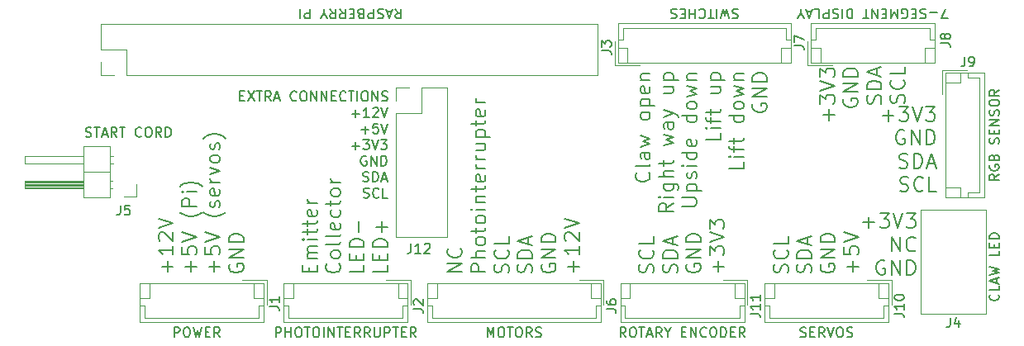
<source format=gbr>
%TF.GenerationSoftware,KiCad,Pcbnew,5.1.8-5.fc33*%
%TF.CreationDate,2020-12-26T13:36:50+00:00*%
%TF.ProjectId,breakout,62726561-6b6f-4757-942e-6b696361645f,rev?*%
%TF.SameCoordinates,Original*%
%TF.FileFunction,Legend,Top*%
%TF.FilePolarity,Positive*%
%FSLAX46Y46*%
G04 Gerber Fmt 4.6, Leading zero omitted, Abs format (unit mm)*
G04 Created by KiCad (PCBNEW 5.1.8-5.fc33) date 2020-12-26 13:36:50*
%MOMM*%
%LPD*%
G01*
G04 APERTURE LIST*
%ADD10C,0.150000*%
%ADD11C,0.120000*%
G04 APERTURE END LIST*
D10*
X123140595Y-116546428D02*
X123902500Y-116546428D01*
X123521547Y-116927380D02*
X123521547Y-116165476D01*
X124902500Y-116927380D02*
X124331071Y-116927380D01*
X124616785Y-116927380D02*
X124616785Y-115927380D01*
X124521547Y-116070238D01*
X124426309Y-116165476D01*
X124331071Y-116213095D01*
X125283452Y-116022619D02*
X125331071Y-115975000D01*
X125426309Y-115927380D01*
X125664404Y-115927380D01*
X125759642Y-115975000D01*
X125807261Y-116022619D01*
X125854880Y-116117857D01*
X125854880Y-116213095D01*
X125807261Y-116355952D01*
X125235833Y-116927380D01*
X125854880Y-116927380D01*
X126140595Y-115927380D02*
X126473928Y-116927380D01*
X126807261Y-115927380D01*
X124092976Y-118196428D02*
X124854880Y-118196428D01*
X124473928Y-118577380D02*
X124473928Y-117815476D01*
X125807261Y-117577380D02*
X125331071Y-117577380D01*
X125283452Y-118053571D01*
X125331071Y-118005952D01*
X125426309Y-117958333D01*
X125664404Y-117958333D01*
X125759642Y-118005952D01*
X125807261Y-118053571D01*
X125854880Y-118148809D01*
X125854880Y-118386904D01*
X125807261Y-118482142D01*
X125759642Y-118529761D01*
X125664404Y-118577380D01*
X125426309Y-118577380D01*
X125331071Y-118529761D01*
X125283452Y-118482142D01*
X126140595Y-117577380D02*
X126473928Y-118577380D01*
X126807261Y-117577380D01*
X123140595Y-119846428D02*
X123902500Y-119846428D01*
X123521547Y-120227380D02*
X123521547Y-119465476D01*
X124283452Y-119227380D02*
X124902500Y-119227380D01*
X124569166Y-119608333D01*
X124712023Y-119608333D01*
X124807261Y-119655952D01*
X124854880Y-119703571D01*
X124902500Y-119798809D01*
X124902500Y-120036904D01*
X124854880Y-120132142D01*
X124807261Y-120179761D01*
X124712023Y-120227380D01*
X124426309Y-120227380D01*
X124331071Y-120179761D01*
X124283452Y-120132142D01*
X125188214Y-119227380D02*
X125521547Y-120227380D01*
X125854880Y-119227380D01*
X126092976Y-119227380D02*
X126712023Y-119227380D01*
X126378690Y-119608333D01*
X126521547Y-119608333D01*
X126616785Y-119655952D01*
X126664404Y-119703571D01*
X126712023Y-119798809D01*
X126712023Y-120036904D01*
X126664404Y-120132142D01*
X126616785Y-120179761D01*
X126521547Y-120227380D01*
X126235833Y-120227380D01*
X126140595Y-120179761D01*
X126092976Y-120132142D01*
X124616785Y-120925000D02*
X124521547Y-120877380D01*
X124378690Y-120877380D01*
X124235833Y-120925000D01*
X124140595Y-121020238D01*
X124092976Y-121115476D01*
X124045357Y-121305952D01*
X124045357Y-121448809D01*
X124092976Y-121639285D01*
X124140595Y-121734523D01*
X124235833Y-121829761D01*
X124378690Y-121877380D01*
X124473928Y-121877380D01*
X124616785Y-121829761D01*
X124664404Y-121782142D01*
X124664404Y-121448809D01*
X124473928Y-121448809D01*
X125092976Y-121877380D02*
X125092976Y-120877380D01*
X125664404Y-121877380D01*
X125664404Y-120877380D01*
X126140595Y-121877380D02*
X126140595Y-120877380D01*
X126378690Y-120877380D01*
X126521547Y-120925000D01*
X126616785Y-121020238D01*
X126664404Y-121115476D01*
X126712023Y-121305952D01*
X126712023Y-121448809D01*
X126664404Y-121639285D01*
X126616785Y-121734523D01*
X126521547Y-121829761D01*
X126378690Y-121877380D01*
X126140595Y-121877380D01*
X124283452Y-123479761D02*
X124426309Y-123527380D01*
X124664404Y-123527380D01*
X124759642Y-123479761D01*
X124807261Y-123432142D01*
X124854880Y-123336904D01*
X124854880Y-123241666D01*
X124807261Y-123146428D01*
X124759642Y-123098809D01*
X124664404Y-123051190D01*
X124473928Y-123003571D01*
X124378690Y-122955952D01*
X124331071Y-122908333D01*
X124283452Y-122813095D01*
X124283452Y-122717857D01*
X124331071Y-122622619D01*
X124378690Y-122575000D01*
X124473928Y-122527380D01*
X124712023Y-122527380D01*
X124854880Y-122575000D01*
X125283452Y-123527380D02*
X125283452Y-122527380D01*
X125521547Y-122527380D01*
X125664404Y-122575000D01*
X125759642Y-122670238D01*
X125807261Y-122765476D01*
X125854880Y-122955952D01*
X125854880Y-123098809D01*
X125807261Y-123289285D01*
X125759642Y-123384523D01*
X125664404Y-123479761D01*
X125521547Y-123527380D01*
X125283452Y-123527380D01*
X126235833Y-123241666D02*
X126712023Y-123241666D01*
X126140595Y-123527380D02*
X126473928Y-122527380D01*
X126807261Y-123527380D01*
X124331071Y-125129761D02*
X124473928Y-125177380D01*
X124712023Y-125177380D01*
X124807261Y-125129761D01*
X124854880Y-125082142D01*
X124902500Y-124986904D01*
X124902500Y-124891666D01*
X124854880Y-124796428D01*
X124807261Y-124748809D01*
X124712023Y-124701190D01*
X124521547Y-124653571D01*
X124426309Y-124605952D01*
X124378690Y-124558333D01*
X124331071Y-124463095D01*
X124331071Y-124367857D01*
X124378690Y-124272619D01*
X124426309Y-124225000D01*
X124521547Y-124177380D01*
X124759642Y-124177380D01*
X124902500Y-124225000D01*
X125902500Y-125082142D02*
X125854880Y-125129761D01*
X125712023Y-125177380D01*
X125616785Y-125177380D01*
X125473928Y-125129761D01*
X125378690Y-125034523D01*
X125331071Y-124939285D01*
X125283452Y-124748809D01*
X125283452Y-124605952D01*
X125331071Y-124415476D01*
X125378690Y-124320238D01*
X125473928Y-124225000D01*
X125616785Y-124177380D01*
X125712023Y-124177380D01*
X125854880Y-124225000D01*
X125902500Y-124272619D01*
X126807261Y-125177380D02*
X126331071Y-125177380D01*
X126331071Y-124177380D01*
X111652380Y-114728571D02*
X111985714Y-114728571D01*
X112128571Y-115252380D02*
X111652380Y-115252380D01*
X111652380Y-114252380D01*
X112128571Y-114252380D01*
X112461904Y-114252380D02*
X113128571Y-115252380D01*
X113128571Y-114252380D02*
X112461904Y-115252380D01*
X113366666Y-114252380D02*
X113938095Y-114252380D01*
X113652380Y-115252380D02*
X113652380Y-114252380D01*
X114842857Y-115252380D02*
X114509523Y-114776190D01*
X114271428Y-115252380D02*
X114271428Y-114252380D01*
X114652380Y-114252380D01*
X114747619Y-114300000D01*
X114795238Y-114347619D01*
X114842857Y-114442857D01*
X114842857Y-114585714D01*
X114795238Y-114680952D01*
X114747619Y-114728571D01*
X114652380Y-114776190D01*
X114271428Y-114776190D01*
X115223809Y-114966666D02*
X115700000Y-114966666D01*
X115128571Y-115252380D02*
X115461904Y-114252380D01*
X115795238Y-115252380D01*
X117461904Y-115157142D02*
X117414285Y-115204761D01*
X117271428Y-115252380D01*
X117176190Y-115252380D01*
X117033333Y-115204761D01*
X116938095Y-115109523D01*
X116890476Y-115014285D01*
X116842857Y-114823809D01*
X116842857Y-114680952D01*
X116890476Y-114490476D01*
X116938095Y-114395238D01*
X117033333Y-114300000D01*
X117176190Y-114252380D01*
X117271428Y-114252380D01*
X117414285Y-114300000D01*
X117461904Y-114347619D01*
X118080952Y-114252380D02*
X118271428Y-114252380D01*
X118366666Y-114300000D01*
X118461904Y-114395238D01*
X118509523Y-114585714D01*
X118509523Y-114919047D01*
X118461904Y-115109523D01*
X118366666Y-115204761D01*
X118271428Y-115252380D01*
X118080952Y-115252380D01*
X117985714Y-115204761D01*
X117890476Y-115109523D01*
X117842857Y-114919047D01*
X117842857Y-114585714D01*
X117890476Y-114395238D01*
X117985714Y-114300000D01*
X118080952Y-114252380D01*
X118938095Y-115252380D02*
X118938095Y-114252380D01*
X119509523Y-115252380D01*
X119509523Y-114252380D01*
X119985714Y-115252380D02*
X119985714Y-114252380D01*
X120557142Y-115252380D01*
X120557142Y-114252380D01*
X121033333Y-114728571D02*
X121366666Y-114728571D01*
X121509523Y-115252380D02*
X121033333Y-115252380D01*
X121033333Y-114252380D01*
X121509523Y-114252380D01*
X122509523Y-115157142D02*
X122461904Y-115204761D01*
X122319047Y-115252380D01*
X122223809Y-115252380D01*
X122080952Y-115204761D01*
X121985714Y-115109523D01*
X121938095Y-115014285D01*
X121890476Y-114823809D01*
X121890476Y-114680952D01*
X121938095Y-114490476D01*
X121985714Y-114395238D01*
X122080952Y-114300000D01*
X122223809Y-114252380D01*
X122319047Y-114252380D01*
X122461904Y-114300000D01*
X122509523Y-114347619D01*
X122795238Y-114252380D02*
X123366666Y-114252380D01*
X123080952Y-115252380D02*
X123080952Y-114252380D01*
X123700000Y-115252380D02*
X123700000Y-114252380D01*
X124366666Y-114252380D02*
X124557142Y-114252380D01*
X124652380Y-114300000D01*
X124747619Y-114395238D01*
X124795238Y-114585714D01*
X124795238Y-114919047D01*
X124747619Y-115109523D01*
X124652380Y-115204761D01*
X124557142Y-115252380D01*
X124366666Y-115252380D01*
X124271428Y-115204761D01*
X124176190Y-115109523D01*
X124128571Y-114919047D01*
X124128571Y-114585714D01*
X124176190Y-114395238D01*
X124271428Y-114300000D01*
X124366666Y-114252380D01*
X125223809Y-115252380D02*
X125223809Y-114252380D01*
X125795238Y-115252380D01*
X125795238Y-114252380D01*
X126223809Y-115204761D02*
X126366666Y-115252380D01*
X126604761Y-115252380D01*
X126700000Y-115204761D01*
X126747619Y-115157142D01*
X126795238Y-115061904D01*
X126795238Y-114966666D01*
X126747619Y-114871428D01*
X126700000Y-114823809D01*
X126604761Y-114776190D01*
X126414285Y-114728571D01*
X126319047Y-114680952D01*
X126271428Y-114633333D01*
X126223809Y-114538095D01*
X126223809Y-114442857D01*
X126271428Y-114347619D01*
X126319047Y-114300000D01*
X126414285Y-114252380D01*
X126652380Y-114252380D01*
X126795238Y-114300000D01*
X95869047Y-118904761D02*
X96011904Y-118952380D01*
X96250000Y-118952380D01*
X96345238Y-118904761D01*
X96392857Y-118857142D01*
X96440476Y-118761904D01*
X96440476Y-118666666D01*
X96392857Y-118571428D01*
X96345238Y-118523809D01*
X96250000Y-118476190D01*
X96059523Y-118428571D01*
X95964285Y-118380952D01*
X95916666Y-118333333D01*
X95869047Y-118238095D01*
X95869047Y-118142857D01*
X95916666Y-118047619D01*
X95964285Y-118000000D01*
X96059523Y-117952380D01*
X96297619Y-117952380D01*
X96440476Y-118000000D01*
X96726190Y-117952380D02*
X97297619Y-117952380D01*
X97011904Y-118952380D02*
X97011904Y-117952380D01*
X97583333Y-118666666D02*
X98059523Y-118666666D01*
X97488095Y-118952380D02*
X97821428Y-117952380D01*
X98154761Y-118952380D01*
X99059523Y-118952380D02*
X98726190Y-118476190D01*
X98488095Y-118952380D02*
X98488095Y-117952380D01*
X98869047Y-117952380D01*
X98964285Y-118000000D01*
X99011904Y-118047619D01*
X99059523Y-118142857D01*
X99059523Y-118285714D01*
X99011904Y-118380952D01*
X98964285Y-118428571D01*
X98869047Y-118476190D01*
X98488095Y-118476190D01*
X99345238Y-117952380D02*
X99916666Y-117952380D01*
X99630952Y-118952380D02*
X99630952Y-117952380D01*
X101583333Y-118857142D02*
X101535714Y-118904761D01*
X101392857Y-118952380D01*
X101297619Y-118952380D01*
X101154761Y-118904761D01*
X101059523Y-118809523D01*
X101011904Y-118714285D01*
X100964285Y-118523809D01*
X100964285Y-118380952D01*
X101011904Y-118190476D01*
X101059523Y-118095238D01*
X101154761Y-118000000D01*
X101297619Y-117952380D01*
X101392857Y-117952380D01*
X101535714Y-118000000D01*
X101583333Y-118047619D01*
X102202380Y-117952380D02*
X102392857Y-117952380D01*
X102488095Y-118000000D01*
X102583333Y-118095238D01*
X102630952Y-118285714D01*
X102630952Y-118619047D01*
X102583333Y-118809523D01*
X102488095Y-118904761D01*
X102392857Y-118952380D01*
X102202380Y-118952380D01*
X102107142Y-118904761D01*
X102011904Y-118809523D01*
X101964285Y-118619047D01*
X101964285Y-118285714D01*
X102011904Y-118095238D01*
X102107142Y-118000000D01*
X102202380Y-117952380D01*
X103630952Y-118952380D02*
X103297619Y-118476190D01*
X103059523Y-118952380D02*
X103059523Y-117952380D01*
X103440476Y-117952380D01*
X103535714Y-118000000D01*
X103583333Y-118047619D01*
X103630952Y-118142857D01*
X103630952Y-118285714D01*
X103583333Y-118380952D01*
X103535714Y-118428571D01*
X103440476Y-118476190D01*
X103059523Y-118476190D01*
X104059523Y-118952380D02*
X104059523Y-117952380D01*
X104297619Y-117952380D01*
X104440476Y-118000000D01*
X104535714Y-118095238D01*
X104583333Y-118190476D01*
X104630952Y-118380952D01*
X104630952Y-118523809D01*
X104583333Y-118714285D01*
X104535714Y-118809523D01*
X104440476Y-118904761D01*
X104297619Y-118952380D01*
X104059523Y-118952380D01*
X127595238Y-105797619D02*
X127928571Y-106273809D01*
X128166666Y-105797619D02*
X128166666Y-106797619D01*
X127785714Y-106797619D01*
X127690476Y-106750000D01*
X127642857Y-106702380D01*
X127595238Y-106607142D01*
X127595238Y-106464285D01*
X127642857Y-106369047D01*
X127690476Y-106321428D01*
X127785714Y-106273809D01*
X128166666Y-106273809D01*
X127214285Y-106083333D02*
X126738095Y-106083333D01*
X127309523Y-105797619D02*
X126976190Y-106797619D01*
X126642857Y-105797619D01*
X126357142Y-105845238D02*
X126214285Y-105797619D01*
X125976190Y-105797619D01*
X125880952Y-105845238D01*
X125833333Y-105892857D01*
X125785714Y-105988095D01*
X125785714Y-106083333D01*
X125833333Y-106178571D01*
X125880952Y-106226190D01*
X125976190Y-106273809D01*
X126166666Y-106321428D01*
X126261904Y-106369047D01*
X126309523Y-106416666D01*
X126357142Y-106511904D01*
X126357142Y-106607142D01*
X126309523Y-106702380D01*
X126261904Y-106750000D01*
X126166666Y-106797619D01*
X125928571Y-106797619D01*
X125785714Y-106750000D01*
X125357142Y-105797619D02*
X125357142Y-106797619D01*
X124976190Y-106797619D01*
X124880952Y-106750000D01*
X124833333Y-106702380D01*
X124785714Y-106607142D01*
X124785714Y-106464285D01*
X124833333Y-106369047D01*
X124880952Y-106321428D01*
X124976190Y-106273809D01*
X125357142Y-106273809D01*
X124023809Y-106321428D02*
X123880952Y-106273809D01*
X123833333Y-106226190D01*
X123785714Y-106130952D01*
X123785714Y-105988095D01*
X123833333Y-105892857D01*
X123880952Y-105845238D01*
X123976190Y-105797619D01*
X124357142Y-105797619D01*
X124357142Y-106797619D01*
X124023809Y-106797619D01*
X123928571Y-106750000D01*
X123880952Y-106702380D01*
X123833333Y-106607142D01*
X123833333Y-106511904D01*
X123880952Y-106416666D01*
X123928571Y-106369047D01*
X124023809Y-106321428D01*
X124357142Y-106321428D01*
X123357142Y-106321428D02*
X123023809Y-106321428D01*
X122880952Y-105797619D02*
X123357142Y-105797619D01*
X123357142Y-106797619D01*
X122880952Y-106797619D01*
X121880952Y-105797619D02*
X122214285Y-106273809D01*
X122452380Y-105797619D02*
X122452380Y-106797619D01*
X122071428Y-106797619D01*
X121976190Y-106750000D01*
X121928571Y-106702380D01*
X121880952Y-106607142D01*
X121880952Y-106464285D01*
X121928571Y-106369047D01*
X121976190Y-106321428D01*
X122071428Y-106273809D01*
X122452380Y-106273809D01*
X120880952Y-105797619D02*
X121214285Y-106273809D01*
X121452380Y-105797619D02*
X121452380Y-106797619D01*
X121071428Y-106797619D01*
X120976190Y-106750000D01*
X120928571Y-106702380D01*
X120880952Y-106607142D01*
X120880952Y-106464285D01*
X120928571Y-106369047D01*
X120976190Y-106321428D01*
X121071428Y-106273809D01*
X121452380Y-106273809D01*
X120261904Y-106273809D02*
X120261904Y-105797619D01*
X120595238Y-106797619D02*
X120261904Y-106273809D01*
X119928571Y-106797619D01*
X118833333Y-105797619D02*
X118833333Y-106797619D01*
X118452380Y-106797619D01*
X118357142Y-106750000D01*
X118309523Y-106702380D01*
X118261904Y-106607142D01*
X118261904Y-106464285D01*
X118309523Y-106369047D01*
X118357142Y-106321428D01*
X118452380Y-106273809D01*
X118833333Y-106273809D01*
X117833333Y-105797619D02*
X117833333Y-106797619D01*
X162678571Y-105845238D02*
X162535714Y-105797619D01*
X162297619Y-105797619D01*
X162202380Y-105845238D01*
X162154761Y-105892857D01*
X162107142Y-105988095D01*
X162107142Y-106083333D01*
X162154761Y-106178571D01*
X162202380Y-106226190D01*
X162297619Y-106273809D01*
X162488095Y-106321428D01*
X162583333Y-106369047D01*
X162630952Y-106416666D01*
X162678571Y-106511904D01*
X162678571Y-106607142D01*
X162630952Y-106702380D01*
X162583333Y-106750000D01*
X162488095Y-106797619D01*
X162250000Y-106797619D01*
X162107142Y-106750000D01*
X161773809Y-106797619D02*
X161535714Y-105797619D01*
X161345238Y-106511904D01*
X161154761Y-105797619D01*
X160916666Y-106797619D01*
X160535714Y-105797619D02*
X160535714Y-106797619D01*
X160202380Y-106797619D02*
X159630952Y-106797619D01*
X159916666Y-105797619D02*
X159916666Y-106797619D01*
X158726190Y-105892857D02*
X158773809Y-105845238D01*
X158916666Y-105797619D01*
X159011904Y-105797619D01*
X159154761Y-105845238D01*
X159250000Y-105940476D01*
X159297619Y-106035714D01*
X159345238Y-106226190D01*
X159345238Y-106369047D01*
X159297619Y-106559523D01*
X159250000Y-106654761D01*
X159154761Y-106750000D01*
X159011904Y-106797619D01*
X158916666Y-106797619D01*
X158773809Y-106750000D01*
X158726190Y-106702380D01*
X158297619Y-105797619D02*
X158297619Y-106797619D01*
X158297619Y-106321428D02*
X157726190Y-106321428D01*
X157726190Y-105797619D02*
X157726190Y-106797619D01*
X157250000Y-106321428D02*
X156916666Y-106321428D01*
X156773809Y-105797619D02*
X157250000Y-105797619D01*
X157250000Y-106797619D01*
X156773809Y-106797619D01*
X156392857Y-105845238D02*
X156250000Y-105797619D01*
X156011904Y-105797619D01*
X155916666Y-105845238D01*
X155869047Y-105892857D01*
X155821428Y-105988095D01*
X155821428Y-106083333D01*
X155869047Y-106178571D01*
X155916666Y-106226190D01*
X156011904Y-106273809D01*
X156202380Y-106321428D01*
X156297619Y-106369047D01*
X156345238Y-106416666D01*
X156392857Y-106511904D01*
X156392857Y-106607142D01*
X156345238Y-106702380D01*
X156297619Y-106750000D01*
X156202380Y-106797619D01*
X155964285Y-106797619D01*
X155821428Y-106750000D01*
X184166666Y-106797619D02*
X183500000Y-106797619D01*
X183928571Y-105797619D01*
X183119047Y-106178571D02*
X182357142Y-106178571D01*
X181928571Y-105845238D02*
X181785714Y-105797619D01*
X181547619Y-105797619D01*
X181452380Y-105845238D01*
X181404761Y-105892857D01*
X181357142Y-105988095D01*
X181357142Y-106083333D01*
X181404761Y-106178571D01*
X181452380Y-106226190D01*
X181547619Y-106273809D01*
X181738095Y-106321428D01*
X181833333Y-106369047D01*
X181880952Y-106416666D01*
X181928571Y-106511904D01*
X181928571Y-106607142D01*
X181880952Y-106702380D01*
X181833333Y-106750000D01*
X181738095Y-106797619D01*
X181500000Y-106797619D01*
X181357142Y-106750000D01*
X180928571Y-106321428D02*
X180595238Y-106321428D01*
X180452380Y-105797619D02*
X180928571Y-105797619D01*
X180928571Y-106797619D01*
X180452380Y-106797619D01*
X179500000Y-106750000D02*
X179595238Y-106797619D01*
X179738095Y-106797619D01*
X179880952Y-106750000D01*
X179976190Y-106654761D01*
X180023809Y-106559523D01*
X180071428Y-106369047D01*
X180071428Y-106226190D01*
X180023809Y-106035714D01*
X179976190Y-105940476D01*
X179880952Y-105845238D01*
X179738095Y-105797619D01*
X179642857Y-105797619D01*
X179500000Y-105845238D01*
X179452380Y-105892857D01*
X179452380Y-106226190D01*
X179642857Y-106226190D01*
X179023809Y-105797619D02*
X179023809Y-106797619D01*
X178690476Y-106083333D01*
X178357142Y-106797619D01*
X178357142Y-105797619D01*
X177880952Y-106321428D02*
X177547619Y-106321428D01*
X177404761Y-105797619D02*
X177880952Y-105797619D01*
X177880952Y-106797619D01*
X177404761Y-106797619D01*
X176976190Y-105797619D02*
X176976190Y-106797619D01*
X176404761Y-105797619D01*
X176404761Y-106797619D01*
X176071428Y-106797619D02*
X175500000Y-106797619D01*
X175785714Y-105797619D02*
X175785714Y-106797619D01*
X174404761Y-105797619D02*
X174404761Y-106797619D01*
X174166666Y-106797619D01*
X174023809Y-106750000D01*
X173928571Y-106654761D01*
X173880952Y-106559523D01*
X173833333Y-106369047D01*
X173833333Y-106226190D01*
X173880952Y-106035714D01*
X173928571Y-105940476D01*
X174023809Y-105845238D01*
X174166666Y-105797619D01*
X174404761Y-105797619D01*
X173404761Y-105797619D02*
X173404761Y-106797619D01*
X172976190Y-105845238D02*
X172833333Y-105797619D01*
X172595238Y-105797619D01*
X172500000Y-105845238D01*
X172452380Y-105892857D01*
X172404761Y-105988095D01*
X172404761Y-106083333D01*
X172452380Y-106178571D01*
X172500000Y-106226190D01*
X172595238Y-106273809D01*
X172785714Y-106321428D01*
X172880952Y-106369047D01*
X172928571Y-106416666D01*
X172976190Y-106511904D01*
X172976190Y-106607142D01*
X172928571Y-106702380D01*
X172880952Y-106750000D01*
X172785714Y-106797619D01*
X172547619Y-106797619D01*
X172404761Y-106750000D01*
X171976190Y-105797619D02*
X171976190Y-106797619D01*
X171595238Y-106797619D01*
X171500000Y-106750000D01*
X171452380Y-106702380D01*
X171404761Y-106607142D01*
X171404761Y-106464285D01*
X171452380Y-106369047D01*
X171500000Y-106321428D01*
X171595238Y-106273809D01*
X171976190Y-106273809D01*
X170500000Y-105797619D02*
X170976190Y-105797619D01*
X170976190Y-106797619D01*
X170214285Y-106083333D02*
X169738095Y-106083333D01*
X170309523Y-105797619D02*
X169976190Y-106797619D01*
X169642857Y-105797619D01*
X169119047Y-106273809D02*
X169119047Y-105797619D01*
X169452380Y-106797619D02*
X169119047Y-106273809D01*
X168785714Y-106797619D01*
X189452380Y-122773809D02*
X188976190Y-123107142D01*
X189452380Y-123345238D02*
X188452380Y-123345238D01*
X188452380Y-122964285D01*
X188500000Y-122869047D01*
X188547619Y-122821428D01*
X188642857Y-122773809D01*
X188785714Y-122773809D01*
X188880952Y-122821428D01*
X188928571Y-122869047D01*
X188976190Y-122964285D01*
X188976190Y-123345238D01*
X188500000Y-121821428D02*
X188452380Y-121916666D01*
X188452380Y-122059523D01*
X188500000Y-122202380D01*
X188595238Y-122297619D01*
X188690476Y-122345238D01*
X188880952Y-122392857D01*
X189023809Y-122392857D01*
X189214285Y-122345238D01*
X189309523Y-122297619D01*
X189404761Y-122202380D01*
X189452380Y-122059523D01*
X189452380Y-121964285D01*
X189404761Y-121821428D01*
X189357142Y-121773809D01*
X189023809Y-121773809D01*
X189023809Y-121964285D01*
X188928571Y-121011904D02*
X188976190Y-120869047D01*
X189023809Y-120821428D01*
X189119047Y-120773809D01*
X189261904Y-120773809D01*
X189357142Y-120821428D01*
X189404761Y-120869047D01*
X189452380Y-120964285D01*
X189452380Y-121345238D01*
X188452380Y-121345238D01*
X188452380Y-121011904D01*
X188500000Y-120916666D01*
X188547619Y-120869047D01*
X188642857Y-120821428D01*
X188738095Y-120821428D01*
X188833333Y-120869047D01*
X188880952Y-120916666D01*
X188928571Y-121011904D01*
X188928571Y-121345238D01*
X189404761Y-119630952D02*
X189452380Y-119488095D01*
X189452380Y-119250000D01*
X189404761Y-119154761D01*
X189357142Y-119107142D01*
X189261904Y-119059523D01*
X189166666Y-119059523D01*
X189071428Y-119107142D01*
X189023809Y-119154761D01*
X188976190Y-119250000D01*
X188928571Y-119440476D01*
X188880952Y-119535714D01*
X188833333Y-119583333D01*
X188738095Y-119630952D01*
X188642857Y-119630952D01*
X188547619Y-119583333D01*
X188500000Y-119535714D01*
X188452380Y-119440476D01*
X188452380Y-119202380D01*
X188500000Y-119059523D01*
X188928571Y-118630952D02*
X188928571Y-118297619D01*
X189452380Y-118154761D02*
X189452380Y-118630952D01*
X188452380Y-118630952D01*
X188452380Y-118154761D01*
X189452380Y-117726190D02*
X188452380Y-117726190D01*
X189452380Y-117154761D01*
X188452380Y-117154761D01*
X189404761Y-116726190D02*
X189452380Y-116583333D01*
X189452380Y-116345238D01*
X189404761Y-116250000D01*
X189357142Y-116202380D01*
X189261904Y-116154761D01*
X189166666Y-116154761D01*
X189071428Y-116202380D01*
X189023809Y-116250000D01*
X188976190Y-116345238D01*
X188928571Y-116535714D01*
X188880952Y-116630952D01*
X188833333Y-116678571D01*
X188738095Y-116726190D01*
X188642857Y-116726190D01*
X188547619Y-116678571D01*
X188500000Y-116630952D01*
X188452380Y-116535714D01*
X188452380Y-116297619D01*
X188500000Y-116154761D01*
X188452380Y-115535714D02*
X188452380Y-115345238D01*
X188500000Y-115250000D01*
X188595238Y-115154761D01*
X188785714Y-115107142D01*
X189119047Y-115107142D01*
X189309523Y-115154761D01*
X189404761Y-115250000D01*
X189452380Y-115345238D01*
X189452380Y-115535714D01*
X189404761Y-115630952D01*
X189309523Y-115726190D01*
X189119047Y-115773809D01*
X188785714Y-115773809D01*
X188595238Y-115726190D01*
X188500000Y-115630952D01*
X188452380Y-115535714D01*
X189452380Y-114107142D02*
X188976190Y-114440476D01*
X189452380Y-114678571D02*
X188452380Y-114678571D01*
X188452380Y-114297619D01*
X188500000Y-114202380D01*
X188547619Y-114154761D01*
X188642857Y-114107142D01*
X188785714Y-114107142D01*
X188880952Y-114154761D01*
X188928571Y-114202380D01*
X188976190Y-114297619D01*
X188976190Y-114678571D01*
X189357142Y-135083333D02*
X189404761Y-135130952D01*
X189452380Y-135273809D01*
X189452380Y-135369047D01*
X189404761Y-135511904D01*
X189309523Y-135607142D01*
X189214285Y-135654761D01*
X189023809Y-135702380D01*
X188880952Y-135702380D01*
X188690476Y-135654761D01*
X188595238Y-135607142D01*
X188500000Y-135511904D01*
X188452380Y-135369047D01*
X188452380Y-135273809D01*
X188500000Y-135130952D01*
X188547619Y-135083333D01*
X189452380Y-134178571D02*
X189452380Y-134654761D01*
X188452380Y-134654761D01*
X189166666Y-133892857D02*
X189166666Y-133416666D01*
X189452380Y-133988095D02*
X188452380Y-133654761D01*
X189452380Y-133321428D01*
X188452380Y-133083333D02*
X189452380Y-132845238D01*
X188738095Y-132654761D01*
X189452380Y-132464285D01*
X188452380Y-132226190D01*
X189452380Y-130607142D02*
X189452380Y-131083333D01*
X188452380Y-131083333D01*
X188928571Y-130273809D02*
X188928571Y-129940476D01*
X189452380Y-129797619D02*
X189452380Y-130273809D01*
X188452380Y-130273809D01*
X188452380Y-129797619D01*
X189452380Y-129369047D02*
X188452380Y-129369047D01*
X188452380Y-129130952D01*
X188500000Y-128988095D01*
X188595238Y-128892857D01*
X188690476Y-128845238D01*
X188880952Y-128797619D01*
X189023809Y-128797619D01*
X189214285Y-128845238D01*
X189309523Y-128892857D01*
X189404761Y-128988095D01*
X189452380Y-129130952D01*
X189452380Y-129369047D01*
X169083333Y-139404761D02*
X169226190Y-139452380D01*
X169464285Y-139452380D01*
X169559523Y-139404761D01*
X169607142Y-139357142D01*
X169654761Y-139261904D01*
X169654761Y-139166666D01*
X169607142Y-139071428D01*
X169559523Y-139023809D01*
X169464285Y-138976190D01*
X169273809Y-138928571D01*
X169178571Y-138880952D01*
X169130952Y-138833333D01*
X169083333Y-138738095D01*
X169083333Y-138642857D01*
X169130952Y-138547619D01*
X169178571Y-138500000D01*
X169273809Y-138452380D01*
X169511904Y-138452380D01*
X169654761Y-138500000D01*
X170083333Y-138928571D02*
X170416666Y-138928571D01*
X170559523Y-139452380D02*
X170083333Y-139452380D01*
X170083333Y-138452380D01*
X170559523Y-138452380D01*
X171559523Y-139452380D02*
X171226190Y-138976190D01*
X170988095Y-139452380D02*
X170988095Y-138452380D01*
X171369047Y-138452380D01*
X171464285Y-138500000D01*
X171511904Y-138547619D01*
X171559523Y-138642857D01*
X171559523Y-138785714D01*
X171511904Y-138880952D01*
X171464285Y-138928571D01*
X171369047Y-138976190D01*
X170988095Y-138976190D01*
X171845238Y-138452380D02*
X172178571Y-139452380D01*
X172511904Y-138452380D01*
X173035714Y-138452380D02*
X173226190Y-138452380D01*
X173321428Y-138500000D01*
X173416666Y-138595238D01*
X173464285Y-138785714D01*
X173464285Y-139119047D01*
X173416666Y-139309523D01*
X173321428Y-139404761D01*
X173226190Y-139452380D01*
X173035714Y-139452380D01*
X172940476Y-139404761D01*
X172845238Y-139309523D01*
X172797619Y-139119047D01*
X172797619Y-138785714D01*
X172845238Y-138595238D01*
X172940476Y-138500000D01*
X173035714Y-138452380D01*
X173845238Y-139404761D02*
X173988095Y-139452380D01*
X174226190Y-139452380D01*
X174321428Y-139404761D01*
X174369047Y-139357142D01*
X174416666Y-139261904D01*
X174416666Y-139166666D01*
X174369047Y-139071428D01*
X174321428Y-139023809D01*
X174226190Y-138976190D01*
X174035714Y-138928571D01*
X173940476Y-138880952D01*
X173892857Y-138833333D01*
X173845238Y-138738095D01*
X173845238Y-138642857D01*
X173892857Y-138547619D01*
X173940476Y-138500000D01*
X174035714Y-138452380D01*
X174273809Y-138452380D01*
X174416666Y-138500000D01*
X151214285Y-139452380D02*
X150880952Y-138976190D01*
X150642857Y-139452380D02*
X150642857Y-138452380D01*
X151023809Y-138452380D01*
X151119047Y-138500000D01*
X151166666Y-138547619D01*
X151214285Y-138642857D01*
X151214285Y-138785714D01*
X151166666Y-138880952D01*
X151119047Y-138928571D01*
X151023809Y-138976190D01*
X150642857Y-138976190D01*
X151833333Y-138452380D02*
X152023809Y-138452380D01*
X152119047Y-138500000D01*
X152214285Y-138595238D01*
X152261904Y-138785714D01*
X152261904Y-139119047D01*
X152214285Y-139309523D01*
X152119047Y-139404761D01*
X152023809Y-139452380D01*
X151833333Y-139452380D01*
X151738095Y-139404761D01*
X151642857Y-139309523D01*
X151595238Y-139119047D01*
X151595238Y-138785714D01*
X151642857Y-138595238D01*
X151738095Y-138500000D01*
X151833333Y-138452380D01*
X152547619Y-138452380D02*
X153119047Y-138452380D01*
X152833333Y-139452380D02*
X152833333Y-138452380D01*
X153404761Y-139166666D02*
X153880952Y-139166666D01*
X153309523Y-139452380D02*
X153642857Y-138452380D01*
X153976190Y-139452380D01*
X154880952Y-139452380D02*
X154547619Y-138976190D01*
X154309523Y-139452380D02*
X154309523Y-138452380D01*
X154690476Y-138452380D01*
X154785714Y-138500000D01*
X154833333Y-138547619D01*
X154880952Y-138642857D01*
X154880952Y-138785714D01*
X154833333Y-138880952D01*
X154785714Y-138928571D01*
X154690476Y-138976190D01*
X154309523Y-138976190D01*
X155500000Y-138976190D02*
X155500000Y-139452380D01*
X155166666Y-138452380D02*
X155500000Y-138976190D01*
X155833333Y-138452380D01*
X156928571Y-138928571D02*
X157261904Y-138928571D01*
X157404761Y-139452380D02*
X156928571Y-139452380D01*
X156928571Y-138452380D01*
X157404761Y-138452380D01*
X157833333Y-139452380D02*
X157833333Y-138452380D01*
X158404761Y-139452380D01*
X158404761Y-138452380D01*
X159452380Y-139357142D02*
X159404761Y-139404761D01*
X159261904Y-139452380D01*
X159166666Y-139452380D01*
X159023809Y-139404761D01*
X158928571Y-139309523D01*
X158880952Y-139214285D01*
X158833333Y-139023809D01*
X158833333Y-138880952D01*
X158880952Y-138690476D01*
X158928571Y-138595238D01*
X159023809Y-138500000D01*
X159166666Y-138452380D01*
X159261904Y-138452380D01*
X159404761Y-138500000D01*
X159452380Y-138547619D01*
X160071428Y-138452380D02*
X160261904Y-138452380D01*
X160357142Y-138500000D01*
X160452380Y-138595238D01*
X160500000Y-138785714D01*
X160500000Y-139119047D01*
X160452380Y-139309523D01*
X160357142Y-139404761D01*
X160261904Y-139452380D01*
X160071428Y-139452380D01*
X159976190Y-139404761D01*
X159880952Y-139309523D01*
X159833333Y-139119047D01*
X159833333Y-138785714D01*
X159880952Y-138595238D01*
X159976190Y-138500000D01*
X160071428Y-138452380D01*
X160928571Y-139452380D02*
X160928571Y-138452380D01*
X161166666Y-138452380D01*
X161309523Y-138500000D01*
X161404761Y-138595238D01*
X161452380Y-138690476D01*
X161500000Y-138880952D01*
X161500000Y-139023809D01*
X161452380Y-139214285D01*
X161404761Y-139309523D01*
X161309523Y-139404761D01*
X161166666Y-139452380D01*
X160928571Y-139452380D01*
X161928571Y-138928571D02*
X162261904Y-138928571D01*
X162404761Y-139452380D02*
X161928571Y-139452380D01*
X161928571Y-138452380D01*
X162404761Y-138452380D01*
X163404761Y-139452380D02*
X163071428Y-138976190D01*
X162833333Y-139452380D02*
X162833333Y-138452380D01*
X163214285Y-138452380D01*
X163309523Y-138500000D01*
X163357142Y-138547619D01*
X163404761Y-138642857D01*
X163404761Y-138785714D01*
X163357142Y-138880952D01*
X163309523Y-138928571D01*
X163214285Y-138976190D01*
X162833333Y-138976190D01*
X137011904Y-139452380D02*
X137011904Y-138452380D01*
X137345238Y-139166666D01*
X137678571Y-138452380D01*
X137678571Y-139452380D01*
X138345238Y-138452380D02*
X138535714Y-138452380D01*
X138630952Y-138500000D01*
X138726190Y-138595238D01*
X138773809Y-138785714D01*
X138773809Y-139119047D01*
X138726190Y-139309523D01*
X138630952Y-139404761D01*
X138535714Y-139452380D01*
X138345238Y-139452380D01*
X138250000Y-139404761D01*
X138154761Y-139309523D01*
X138107142Y-139119047D01*
X138107142Y-138785714D01*
X138154761Y-138595238D01*
X138250000Y-138500000D01*
X138345238Y-138452380D01*
X139059523Y-138452380D02*
X139630952Y-138452380D01*
X139345238Y-139452380D02*
X139345238Y-138452380D01*
X140154761Y-138452380D02*
X140345238Y-138452380D01*
X140440476Y-138500000D01*
X140535714Y-138595238D01*
X140583333Y-138785714D01*
X140583333Y-139119047D01*
X140535714Y-139309523D01*
X140440476Y-139404761D01*
X140345238Y-139452380D01*
X140154761Y-139452380D01*
X140059523Y-139404761D01*
X139964285Y-139309523D01*
X139916666Y-139119047D01*
X139916666Y-138785714D01*
X139964285Y-138595238D01*
X140059523Y-138500000D01*
X140154761Y-138452380D01*
X141583333Y-139452380D02*
X141250000Y-138976190D01*
X141011904Y-139452380D02*
X141011904Y-138452380D01*
X141392857Y-138452380D01*
X141488095Y-138500000D01*
X141535714Y-138547619D01*
X141583333Y-138642857D01*
X141583333Y-138785714D01*
X141535714Y-138880952D01*
X141488095Y-138928571D01*
X141392857Y-138976190D01*
X141011904Y-138976190D01*
X141964285Y-139404761D02*
X142107142Y-139452380D01*
X142345238Y-139452380D01*
X142440476Y-139404761D01*
X142488095Y-139357142D01*
X142535714Y-139261904D01*
X142535714Y-139166666D01*
X142488095Y-139071428D01*
X142440476Y-139023809D01*
X142345238Y-138976190D01*
X142154761Y-138928571D01*
X142059523Y-138880952D01*
X142011904Y-138833333D01*
X141964285Y-138738095D01*
X141964285Y-138642857D01*
X142011904Y-138547619D01*
X142059523Y-138500000D01*
X142154761Y-138452380D01*
X142392857Y-138452380D01*
X142535714Y-138500000D01*
X115333333Y-139452380D02*
X115333333Y-138452380D01*
X115714285Y-138452380D01*
X115809523Y-138500000D01*
X115857142Y-138547619D01*
X115904761Y-138642857D01*
X115904761Y-138785714D01*
X115857142Y-138880952D01*
X115809523Y-138928571D01*
X115714285Y-138976190D01*
X115333333Y-138976190D01*
X116333333Y-139452380D02*
X116333333Y-138452380D01*
X116333333Y-138928571D02*
X116904761Y-138928571D01*
X116904761Y-139452380D02*
X116904761Y-138452380D01*
X117571428Y-138452380D02*
X117761904Y-138452380D01*
X117857142Y-138500000D01*
X117952380Y-138595238D01*
X118000000Y-138785714D01*
X118000000Y-139119047D01*
X117952380Y-139309523D01*
X117857142Y-139404761D01*
X117761904Y-139452380D01*
X117571428Y-139452380D01*
X117476190Y-139404761D01*
X117380952Y-139309523D01*
X117333333Y-139119047D01*
X117333333Y-138785714D01*
X117380952Y-138595238D01*
X117476190Y-138500000D01*
X117571428Y-138452380D01*
X118285714Y-138452380D02*
X118857142Y-138452380D01*
X118571428Y-139452380D02*
X118571428Y-138452380D01*
X119380952Y-138452380D02*
X119571428Y-138452380D01*
X119666666Y-138500000D01*
X119761904Y-138595238D01*
X119809523Y-138785714D01*
X119809523Y-139119047D01*
X119761904Y-139309523D01*
X119666666Y-139404761D01*
X119571428Y-139452380D01*
X119380952Y-139452380D01*
X119285714Y-139404761D01*
X119190476Y-139309523D01*
X119142857Y-139119047D01*
X119142857Y-138785714D01*
X119190476Y-138595238D01*
X119285714Y-138500000D01*
X119380952Y-138452380D01*
X120238095Y-139452380D02*
X120238095Y-138452380D01*
X120714285Y-139452380D02*
X120714285Y-138452380D01*
X121285714Y-139452380D01*
X121285714Y-138452380D01*
X121619047Y-138452380D02*
X122190476Y-138452380D01*
X121904761Y-139452380D02*
X121904761Y-138452380D01*
X122523809Y-138928571D02*
X122857142Y-138928571D01*
X123000000Y-139452380D02*
X122523809Y-139452380D01*
X122523809Y-138452380D01*
X123000000Y-138452380D01*
X124000000Y-139452380D02*
X123666666Y-138976190D01*
X123428571Y-139452380D02*
X123428571Y-138452380D01*
X123809523Y-138452380D01*
X123904761Y-138500000D01*
X123952380Y-138547619D01*
X124000000Y-138642857D01*
X124000000Y-138785714D01*
X123952380Y-138880952D01*
X123904761Y-138928571D01*
X123809523Y-138976190D01*
X123428571Y-138976190D01*
X125000000Y-139452380D02*
X124666666Y-138976190D01*
X124428571Y-139452380D02*
X124428571Y-138452380D01*
X124809523Y-138452380D01*
X124904761Y-138500000D01*
X124952380Y-138547619D01*
X125000000Y-138642857D01*
X125000000Y-138785714D01*
X124952380Y-138880952D01*
X124904761Y-138928571D01*
X124809523Y-138976190D01*
X124428571Y-138976190D01*
X125428571Y-138452380D02*
X125428571Y-139261904D01*
X125476190Y-139357142D01*
X125523809Y-139404761D01*
X125619047Y-139452380D01*
X125809523Y-139452380D01*
X125904761Y-139404761D01*
X125952380Y-139357142D01*
X126000000Y-139261904D01*
X126000000Y-138452380D01*
X126476190Y-139452380D02*
X126476190Y-138452380D01*
X126857142Y-138452380D01*
X126952380Y-138500000D01*
X126999999Y-138547619D01*
X127047619Y-138642857D01*
X127047619Y-138785714D01*
X126999999Y-138880952D01*
X126952380Y-138928571D01*
X126857142Y-138976190D01*
X126476190Y-138976190D01*
X127333333Y-138452380D02*
X127904761Y-138452380D01*
X127619047Y-139452380D02*
X127619047Y-138452380D01*
X128238095Y-138928571D02*
X128571428Y-138928571D01*
X128714285Y-139452380D02*
X128238095Y-139452380D01*
X128238095Y-138452380D01*
X128714285Y-138452380D01*
X129714285Y-139452380D02*
X129380952Y-138976190D01*
X129142857Y-139452380D02*
X129142857Y-138452380D01*
X129523809Y-138452380D01*
X129619047Y-138500000D01*
X129666666Y-138547619D01*
X129714285Y-138642857D01*
X129714285Y-138785714D01*
X129666666Y-138880952D01*
X129619047Y-138928571D01*
X129523809Y-138976190D01*
X129142857Y-138976190D01*
X104940476Y-139452380D02*
X104940476Y-138452380D01*
X105321428Y-138452380D01*
X105416666Y-138500000D01*
X105464285Y-138547619D01*
X105511904Y-138642857D01*
X105511904Y-138785714D01*
X105464285Y-138880952D01*
X105416666Y-138928571D01*
X105321428Y-138976190D01*
X104940476Y-138976190D01*
X106130952Y-138452380D02*
X106321428Y-138452380D01*
X106416666Y-138500000D01*
X106511904Y-138595238D01*
X106559523Y-138785714D01*
X106559523Y-139119047D01*
X106511904Y-139309523D01*
X106416666Y-139404761D01*
X106321428Y-139452380D01*
X106130952Y-139452380D01*
X106035714Y-139404761D01*
X105940476Y-139309523D01*
X105892857Y-139119047D01*
X105892857Y-138785714D01*
X105940476Y-138595238D01*
X106035714Y-138500000D01*
X106130952Y-138452380D01*
X106892857Y-138452380D02*
X107130952Y-139452380D01*
X107321428Y-138738095D01*
X107511904Y-139452380D01*
X107750000Y-138452380D01*
X108130952Y-138928571D02*
X108464285Y-138928571D01*
X108607142Y-139452380D02*
X108130952Y-139452380D01*
X108130952Y-138452380D01*
X108607142Y-138452380D01*
X109607142Y-139452380D02*
X109273809Y-138976190D01*
X109035714Y-139452380D02*
X109035714Y-138452380D01*
X109416666Y-138452380D01*
X109511904Y-138500000D01*
X109559523Y-138547619D01*
X109607142Y-138642857D01*
X109607142Y-138785714D01*
X109559523Y-138880952D01*
X109511904Y-138928571D01*
X109416666Y-138976190D01*
X109035714Y-138976190D01*
X175509642Y-127707142D02*
X176652500Y-127707142D01*
X176081071Y-128278571D02*
X176081071Y-127135714D01*
X177223928Y-126778571D02*
X178152500Y-126778571D01*
X177652500Y-127350000D01*
X177866785Y-127350000D01*
X178009642Y-127421428D01*
X178081071Y-127492857D01*
X178152500Y-127635714D01*
X178152500Y-127992857D01*
X178081071Y-128135714D01*
X178009642Y-128207142D01*
X177866785Y-128278571D01*
X177438214Y-128278571D01*
X177295357Y-128207142D01*
X177223928Y-128135714D01*
X178581071Y-126778571D02*
X179081071Y-128278571D01*
X179581071Y-126778571D01*
X179938214Y-126778571D02*
X180866785Y-126778571D01*
X180366785Y-127350000D01*
X180581071Y-127350000D01*
X180723928Y-127421428D01*
X180795357Y-127492857D01*
X180866785Y-127635714D01*
X180866785Y-127992857D01*
X180795357Y-128135714D01*
X180723928Y-128207142D01*
X180581071Y-128278571D01*
X180152500Y-128278571D01*
X180009642Y-128207142D01*
X179938214Y-128135714D01*
X178438214Y-130678571D02*
X178438214Y-129178571D01*
X179295357Y-130678571D01*
X179295357Y-129178571D01*
X180866785Y-130535714D02*
X180795357Y-130607142D01*
X180581071Y-130678571D01*
X180438214Y-130678571D01*
X180223928Y-130607142D01*
X180081071Y-130464285D01*
X180009642Y-130321428D01*
X179938214Y-130035714D01*
X179938214Y-129821428D01*
X180009642Y-129535714D01*
X180081071Y-129392857D01*
X180223928Y-129250000D01*
X180438214Y-129178571D01*
X180581071Y-129178571D01*
X180795357Y-129250000D01*
X180866785Y-129321428D01*
X177723928Y-131650000D02*
X177581071Y-131578571D01*
X177366785Y-131578571D01*
X177152500Y-131650000D01*
X177009642Y-131792857D01*
X176938214Y-131935714D01*
X176866785Y-132221428D01*
X176866785Y-132435714D01*
X176938214Y-132721428D01*
X177009642Y-132864285D01*
X177152500Y-133007142D01*
X177366785Y-133078571D01*
X177509642Y-133078571D01*
X177723928Y-133007142D01*
X177795357Y-132935714D01*
X177795357Y-132435714D01*
X177509642Y-132435714D01*
X178438214Y-133078571D02*
X178438214Y-131578571D01*
X179295357Y-133078571D01*
X179295357Y-131578571D01*
X180009642Y-133078571D02*
X180009642Y-131578571D01*
X180366785Y-131578571D01*
X180581071Y-131650000D01*
X180723928Y-131792857D01*
X180795357Y-131935714D01*
X180866785Y-132221428D01*
X180866785Y-132435714D01*
X180795357Y-132721428D01*
X180723928Y-132864285D01*
X180581071Y-133007142D01*
X180366785Y-133078571D01*
X180009642Y-133078571D01*
X177509642Y-116757142D02*
X178652500Y-116757142D01*
X178081071Y-117328571D02*
X178081071Y-116185714D01*
X179223928Y-115828571D02*
X180152500Y-115828571D01*
X179652500Y-116400000D01*
X179866785Y-116400000D01*
X180009642Y-116471428D01*
X180081071Y-116542857D01*
X180152500Y-116685714D01*
X180152500Y-117042857D01*
X180081071Y-117185714D01*
X180009642Y-117257142D01*
X179866785Y-117328571D01*
X179438214Y-117328571D01*
X179295357Y-117257142D01*
X179223928Y-117185714D01*
X180581071Y-115828571D02*
X181081071Y-117328571D01*
X181581071Y-115828571D01*
X181938214Y-115828571D02*
X182866785Y-115828571D01*
X182366785Y-116400000D01*
X182581071Y-116400000D01*
X182723928Y-116471428D01*
X182795357Y-116542857D01*
X182866785Y-116685714D01*
X182866785Y-117042857D01*
X182795357Y-117185714D01*
X182723928Y-117257142D01*
X182581071Y-117328571D01*
X182152500Y-117328571D01*
X182009642Y-117257142D01*
X181938214Y-117185714D01*
X179723928Y-118300000D02*
X179581071Y-118228571D01*
X179366785Y-118228571D01*
X179152500Y-118300000D01*
X179009642Y-118442857D01*
X178938214Y-118585714D01*
X178866785Y-118871428D01*
X178866785Y-119085714D01*
X178938214Y-119371428D01*
X179009642Y-119514285D01*
X179152500Y-119657142D01*
X179366785Y-119728571D01*
X179509642Y-119728571D01*
X179723928Y-119657142D01*
X179795357Y-119585714D01*
X179795357Y-119085714D01*
X179509642Y-119085714D01*
X180438214Y-119728571D02*
X180438214Y-118228571D01*
X181295357Y-119728571D01*
X181295357Y-118228571D01*
X182009642Y-119728571D02*
X182009642Y-118228571D01*
X182366785Y-118228571D01*
X182581071Y-118300000D01*
X182723928Y-118442857D01*
X182795357Y-118585714D01*
X182866785Y-118871428D01*
X182866785Y-119085714D01*
X182795357Y-119371428D01*
X182723928Y-119514285D01*
X182581071Y-119657142D01*
X182366785Y-119728571D01*
X182009642Y-119728571D01*
X179223928Y-122057142D02*
X179438214Y-122128571D01*
X179795357Y-122128571D01*
X179938214Y-122057142D01*
X180009642Y-121985714D01*
X180081071Y-121842857D01*
X180081071Y-121700000D01*
X180009642Y-121557142D01*
X179938214Y-121485714D01*
X179795357Y-121414285D01*
X179509642Y-121342857D01*
X179366785Y-121271428D01*
X179295357Y-121200000D01*
X179223928Y-121057142D01*
X179223928Y-120914285D01*
X179295357Y-120771428D01*
X179366785Y-120700000D01*
X179509642Y-120628571D01*
X179866785Y-120628571D01*
X180081071Y-120700000D01*
X180723928Y-122128571D02*
X180723928Y-120628571D01*
X181081071Y-120628571D01*
X181295357Y-120700000D01*
X181438214Y-120842857D01*
X181509642Y-120985714D01*
X181581071Y-121271428D01*
X181581071Y-121485714D01*
X181509642Y-121771428D01*
X181438214Y-121914285D01*
X181295357Y-122057142D01*
X181081071Y-122128571D01*
X180723928Y-122128571D01*
X182152500Y-121700000D02*
X182866785Y-121700000D01*
X182009642Y-122128571D02*
X182509642Y-120628571D01*
X183009642Y-122128571D01*
X179295357Y-124457142D02*
X179509642Y-124528571D01*
X179866785Y-124528571D01*
X180009642Y-124457142D01*
X180081071Y-124385714D01*
X180152500Y-124242857D01*
X180152500Y-124100000D01*
X180081071Y-123957142D01*
X180009642Y-123885714D01*
X179866785Y-123814285D01*
X179581071Y-123742857D01*
X179438214Y-123671428D01*
X179366785Y-123600000D01*
X179295357Y-123457142D01*
X179295357Y-123314285D01*
X179366785Y-123171428D01*
X179438214Y-123100000D01*
X179581071Y-123028571D01*
X179938214Y-123028571D01*
X180152500Y-123100000D01*
X181652500Y-124385714D02*
X181581071Y-124457142D01*
X181366785Y-124528571D01*
X181223928Y-124528571D01*
X181009642Y-124457142D01*
X180866785Y-124314285D01*
X180795357Y-124171428D01*
X180723928Y-123885714D01*
X180723928Y-123671428D01*
X180795357Y-123385714D01*
X180866785Y-123242857D01*
X181009642Y-123100000D01*
X181223928Y-123028571D01*
X181366785Y-123028571D01*
X181581071Y-123100000D01*
X181652500Y-123171428D01*
X183009642Y-124528571D02*
X182295357Y-124528571D01*
X182295357Y-123028571D01*
X172007142Y-117240357D02*
X172007142Y-116097500D01*
X172578571Y-116668928D02*
X171435714Y-116668928D01*
X171078571Y-115526071D02*
X171078571Y-114597500D01*
X171650000Y-115097500D01*
X171650000Y-114883214D01*
X171721428Y-114740357D01*
X171792857Y-114668928D01*
X171935714Y-114597500D01*
X172292857Y-114597500D01*
X172435714Y-114668928D01*
X172507142Y-114740357D01*
X172578571Y-114883214D01*
X172578571Y-115311785D01*
X172507142Y-115454642D01*
X172435714Y-115526071D01*
X171078571Y-114168928D02*
X172578571Y-113668928D01*
X171078571Y-113168928D01*
X171078571Y-112811785D02*
X171078571Y-111883214D01*
X171650000Y-112383214D01*
X171650000Y-112168928D01*
X171721428Y-112026071D01*
X171792857Y-111954642D01*
X171935714Y-111883214D01*
X172292857Y-111883214D01*
X172435714Y-111954642D01*
X172507142Y-112026071D01*
X172578571Y-112168928D01*
X172578571Y-112597500D01*
X172507142Y-112740357D01*
X172435714Y-112811785D01*
X173550000Y-115026071D02*
X173478571Y-115168928D01*
X173478571Y-115383214D01*
X173550000Y-115597500D01*
X173692857Y-115740357D01*
X173835714Y-115811785D01*
X174121428Y-115883214D01*
X174335714Y-115883214D01*
X174621428Y-115811785D01*
X174764285Y-115740357D01*
X174907142Y-115597500D01*
X174978571Y-115383214D01*
X174978571Y-115240357D01*
X174907142Y-115026071D01*
X174835714Y-114954642D01*
X174335714Y-114954642D01*
X174335714Y-115240357D01*
X174978571Y-114311785D02*
X173478571Y-114311785D01*
X174978571Y-113454642D01*
X173478571Y-113454642D01*
X174978571Y-112740357D02*
X173478571Y-112740357D01*
X173478571Y-112383214D01*
X173550000Y-112168928D01*
X173692857Y-112026071D01*
X173835714Y-111954642D01*
X174121428Y-111883214D01*
X174335714Y-111883214D01*
X174621428Y-111954642D01*
X174764285Y-112026071D01*
X174907142Y-112168928D01*
X174978571Y-112383214D01*
X174978571Y-112740357D01*
X177307142Y-115526071D02*
X177378571Y-115311785D01*
X177378571Y-114954642D01*
X177307142Y-114811785D01*
X177235714Y-114740357D01*
X177092857Y-114668928D01*
X176950000Y-114668928D01*
X176807142Y-114740357D01*
X176735714Y-114811785D01*
X176664285Y-114954642D01*
X176592857Y-115240357D01*
X176521428Y-115383214D01*
X176450000Y-115454642D01*
X176307142Y-115526071D01*
X176164285Y-115526071D01*
X176021428Y-115454642D01*
X175950000Y-115383214D01*
X175878571Y-115240357D01*
X175878571Y-114883214D01*
X175950000Y-114668928D01*
X177378571Y-114026071D02*
X175878571Y-114026071D01*
X175878571Y-113668928D01*
X175950000Y-113454642D01*
X176092857Y-113311785D01*
X176235714Y-113240357D01*
X176521428Y-113168928D01*
X176735714Y-113168928D01*
X177021428Y-113240357D01*
X177164285Y-113311785D01*
X177307142Y-113454642D01*
X177378571Y-113668928D01*
X177378571Y-114026071D01*
X176950000Y-112597500D02*
X176950000Y-111883214D01*
X177378571Y-112740357D02*
X175878571Y-112240357D01*
X177378571Y-111740357D01*
X179707142Y-115454642D02*
X179778571Y-115240357D01*
X179778571Y-114883214D01*
X179707142Y-114740357D01*
X179635714Y-114668928D01*
X179492857Y-114597500D01*
X179350000Y-114597500D01*
X179207142Y-114668928D01*
X179135714Y-114740357D01*
X179064285Y-114883214D01*
X178992857Y-115168928D01*
X178921428Y-115311785D01*
X178850000Y-115383214D01*
X178707142Y-115454642D01*
X178564285Y-115454642D01*
X178421428Y-115383214D01*
X178350000Y-115311785D01*
X178278571Y-115168928D01*
X178278571Y-114811785D01*
X178350000Y-114597500D01*
X179635714Y-113097500D02*
X179707142Y-113168928D01*
X179778571Y-113383214D01*
X179778571Y-113526071D01*
X179707142Y-113740357D01*
X179564285Y-113883214D01*
X179421428Y-113954642D01*
X179135714Y-114026071D01*
X178921428Y-114026071D01*
X178635714Y-113954642D01*
X178492857Y-113883214D01*
X178350000Y-113740357D01*
X178278571Y-113526071D01*
X178278571Y-113383214D01*
X178350000Y-113168928D01*
X178421428Y-113097500D01*
X179778571Y-111740357D02*
X179778571Y-112454642D01*
X178278571Y-112454642D01*
X153535714Y-122597500D02*
X153607142Y-122668928D01*
X153678571Y-122883214D01*
X153678571Y-123026071D01*
X153607142Y-123240357D01*
X153464285Y-123383214D01*
X153321428Y-123454642D01*
X153035714Y-123526071D01*
X152821428Y-123526071D01*
X152535714Y-123454642D01*
X152392857Y-123383214D01*
X152250000Y-123240357D01*
X152178571Y-123026071D01*
X152178571Y-122883214D01*
X152250000Y-122668928D01*
X152321428Y-122597500D01*
X153678571Y-121740357D02*
X153607142Y-121883214D01*
X153464285Y-121954642D01*
X152178571Y-121954642D01*
X153678571Y-120526071D02*
X152892857Y-120526071D01*
X152750000Y-120597500D01*
X152678571Y-120740357D01*
X152678571Y-121026071D01*
X152750000Y-121168928D01*
X153607142Y-120526071D02*
X153678571Y-120668928D01*
X153678571Y-121026071D01*
X153607142Y-121168928D01*
X153464285Y-121240357D01*
X153321428Y-121240357D01*
X153178571Y-121168928D01*
X153107142Y-121026071D01*
X153107142Y-120668928D01*
X153035714Y-120526071D01*
X152678571Y-119954642D02*
X153678571Y-119668928D01*
X152964285Y-119383214D01*
X153678571Y-119097500D01*
X152678571Y-118811785D01*
X153678571Y-116883214D02*
X153607142Y-117026071D01*
X153535714Y-117097500D01*
X153392857Y-117168928D01*
X152964285Y-117168928D01*
X152821428Y-117097500D01*
X152750000Y-117026071D01*
X152678571Y-116883214D01*
X152678571Y-116668928D01*
X152750000Y-116526071D01*
X152821428Y-116454642D01*
X152964285Y-116383214D01*
X153392857Y-116383214D01*
X153535714Y-116454642D01*
X153607142Y-116526071D01*
X153678571Y-116668928D01*
X153678571Y-116883214D01*
X152678571Y-115740357D02*
X154178571Y-115740357D01*
X152750000Y-115740357D02*
X152678571Y-115597500D01*
X152678571Y-115311785D01*
X152750000Y-115168928D01*
X152821428Y-115097500D01*
X152964285Y-115026071D01*
X153392857Y-115026071D01*
X153535714Y-115097500D01*
X153607142Y-115168928D01*
X153678571Y-115311785D01*
X153678571Y-115597500D01*
X153607142Y-115740357D01*
X153607142Y-113811785D02*
X153678571Y-113954642D01*
X153678571Y-114240357D01*
X153607142Y-114383214D01*
X153464285Y-114454642D01*
X152892857Y-114454642D01*
X152750000Y-114383214D01*
X152678571Y-114240357D01*
X152678571Y-113954642D01*
X152750000Y-113811785D01*
X152892857Y-113740357D01*
X153035714Y-113740357D01*
X153178571Y-114454642D01*
X152678571Y-113097500D02*
X153678571Y-113097500D01*
X152821428Y-113097500D02*
X152750000Y-113026071D01*
X152678571Y-112883214D01*
X152678571Y-112668928D01*
X152750000Y-112526071D01*
X152892857Y-112454642D01*
X153678571Y-112454642D01*
X156078571Y-125740357D02*
X155364285Y-126240357D01*
X156078571Y-126597500D02*
X154578571Y-126597500D01*
X154578571Y-126026071D01*
X154650000Y-125883214D01*
X154721428Y-125811785D01*
X154864285Y-125740357D01*
X155078571Y-125740357D01*
X155221428Y-125811785D01*
X155292857Y-125883214D01*
X155364285Y-126026071D01*
X155364285Y-126597500D01*
X156078571Y-125097500D02*
X155078571Y-125097500D01*
X154578571Y-125097500D02*
X154650000Y-125168928D01*
X154721428Y-125097500D01*
X154650000Y-125026071D01*
X154578571Y-125097500D01*
X154721428Y-125097500D01*
X155078571Y-123740357D02*
X156292857Y-123740357D01*
X156435714Y-123811785D01*
X156507142Y-123883214D01*
X156578571Y-124026071D01*
X156578571Y-124240357D01*
X156507142Y-124383214D01*
X156007142Y-123740357D02*
X156078571Y-123883214D01*
X156078571Y-124168928D01*
X156007142Y-124311785D01*
X155935714Y-124383214D01*
X155792857Y-124454642D01*
X155364285Y-124454642D01*
X155221428Y-124383214D01*
X155150000Y-124311785D01*
X155078571Y-124168928D01*
X155078571Y-123883214D01*
X155150000Y-123740357D01*
X156078571Y-123026071D02*
X154578571Y-123026071D01*
X156078571Y-122383214D02*
X155292857Y-122383214D01*
X155150000Y-122454642D01*
X155078571Y-122597500D01*
X155078571Y-122811785D01*
X155150000Y-122954642D01*
X155221428Y-123026071D01*
X155078571Y-121883214D02*
X155078571Y-121311785D01*
X154578571Y-121668928D02*
X155864285Y-121668928D01*
X156007142Y-121597500D01*
X156078571Y-121454642D01*
X156078571Y-121311785D01*
X155078571Y-119811785D02*
X156078571Y-119526071D01*
X155364285Y-119240357D01*
X156078571Y-118954642D01*
X155078571Y-118668928D01*
X156078571Y-117454642D02*
X155292857Y-117454642D01*
X155150000Y-117526071D01*
X155078571Y-117668928D01*
X155078571Y-117954642D01*
X155150000Y-118097500D01*
X156007142Y-117454642D02*
X156078571Y-117597500D01*
X156078571Y-117954642D01*
X156007142Y-118097500D01*
X155864285Y-118168928D01*
X155721428Y-118168928D01*
X155578571Y-118097500D01*
X155507142Y-117954642D01*
X155507142Y-117597500D01*
X155435714Y-117454642D01*
X155078571Y-116883214D02*
X156078571Y-116526071D01*
X155078571Y-116168928D02*
X156078571Y-116526071D01*
X156435714Y-116668928D01*
X156507142Y-116740357D01*
X156578571Y-116883214D01*
X155078571Y-113811785D02*
X156078571Y-113811785D01*
X155078571Y-114454642D02*
X155864285Y-114454642D01*
X156007142Y-114383214D01*
X156078571Y-114240357D01*
X156078571Y-114026071D01*
X156007142Y-113883214D01*
X155935714Y-113811785D01*
X155078571Y-113097500D02*
X156578571Y-113097500D01*
X155150000Y-113097500D02*
X155078571Y-112954642D01*
X155078571Y-112668928D01*
X155150000Y-112526071D01*
X155221428Y-112454642D01*
X155364285Y-112383214D01*
X155792857Y-112383214D01*
X155935714Y-112454642D01*
X156007142Y-112526071D01*
X156078571Y-112668928D01*
X156078571Y-112954642D01*
X156007142Y-113097500D01*
X156978571Y-126026071D02*
X158192857Y-126026071D01*
X158335714Y-125954642D01*
X158407142Y-125883214D01*
X158478571Y-125740357D01*
X158478571Y-125454642D01*
X158407142Y-125311785D01*
X158335714Y-125240357D01*
X158192857Y-125168928D01*
X156978571Y-125168928D01*
X157478571Y-124454642D02*
X158978571Y-124454642D01*
X157550000Y-124454642D02*
X157478571Y-124311785D01*
X157478571Y-124026071D01*
X157550000Y-123883214D01*
X157621428Y-123811785D01*
X157764285Y-123740357D01*
X158192857Y-123740357D01*
X158335714Y-123811785D01*
X158407142Y-123883214D01*
X158478571Y-124026071D01*
X158478571Y-124311785D01*
X158407142Y-124454642D01*
X158407142Y-123168928D02*
X158478571Y-123026071D01*
X158478571Y-122740357D01*
X158407142Y-122597500D01*
X158264285Y-122526071D01*
X158192857Y-122526071D01*
X158050000Y-122597500D01*
X157978571Y-122740357D01*
X157978571Y-122954642D01*
X157907142Y-123097500D01*
X157764285Y-123168928D01*
X157692857Y-123168928D01*
X157550000Y-123097500D01*
X157478571Y-122954642D01*
X157478571Y-122740357D01*
X157550000Y-122597500D01*
X158478571Y-121883214D02*
X157478571Y-121883214D01*
X156978571Y-121883214D02*
X157050000Y-121954642D01*
X157121428Y-121883214D01*
X157050000Y-121811785D01*
X156978571Y-121883214D01*
X157121428Y-121883214D01*
X158478571Y-120526071D02*
X156978571Y-120526071D01*
X158407142Y-120526071D02*
X158478571Y-120668928D01*
X158478571Y-120954642D01*
X158407142Y-121097500D01*
X158335714Y-121168928D01*
X158192857Y-121240357D01*
X157764285Y-121240357D01*
X157621428Y-121168928D01*
X157550000Y-121097500D01*
X157478571Y-120954642D01*
X157478571Y-120668928D01*
X157550000Y-120526071D01*
X158407142Y-119240357D02*
X158478571Y-119383214D01*
X158478571Y-119668928D01*
X158407142Y-119811785D01*
X158264285Y-119883214D01*
X157692857Y-119883214D01*
X157550000Y-119811785D01*
X157478571Y-119668928D01*
X157478571Y-119383214D01*
X157550000Y-119240357D01*
X157692857Y-119168928D01*
X157835714Y-119168928D01*
X157978571Y-119883214D01*
X158478571Y-116740357D02*
X156978571Y-116740357D01*
X158407142Y-116740357D02*
X158478571Y-116883214D01*
X158478571Y-117168928D01*
X158407142Y-117311785D01*
X158335714Y-117383214D01*
X158192857Y-117454642D01*
X157764285Y-117454642D01*
X157621428Y-117383214D01*
X157550000Y-117311785D01*
X157478571Y-117168928D01*
X157478571Y-116883214D01*
X157550000Y-116740357D01*
X158478571Y-115811785D02*
X158407142Y-115954642D01*
X158335714Y-116026071D01*
X158192857Y-116097500D01*
X157764285Y-116097500D01*
X157621428Y-116026071D01*
X157550000Y-115954642D01*
X157478571Y-115811785D01*
X157478571Y-115597500D01*
X157550000Y-115454642D01*
X157621428Y-115383214D01*
X157764285Y-115311785D01*
X158192857Y-115311785D01*
X158335714Y-115383214D01*
X158407142Y-115454642D01*
X158478571Y-115597500D01*
X158478571Y-115811785D01*
X157478571Y-114811785D02*
X158478571Y-114526071D01*
X157764285Y-114240357D01*
X158478571Y-113954642D01*
X157478571Y-113668928D01*
X157478571Y-113097500D02*
X158478571Y-113097500D01*
X157621428Y-113097500D02*
X157550000Y-113026071D01*
X157478571Y-112883214D01*
X157478571Y-112668928D01*
X157550000Y-112526071D01*
X157692857Y-112454642D01*
X158478571Y-112454642D01*
X160878571Y-118526071D02*
X160878571Y-119240357D01*
X159378571Y-119240357D01*
X160878571Y-118026071D02*
X159878571Y-118026071D01*
X159378571Y-118026071D02*
X159450000Y-118097500D01*
X159521428Y-118026071D01*
X159450000Y-117954642D01*
X159378571Y-118026071D01*
X159521428Y-118026071D01*
X159878571Y-117526071D02*
X159878571Y-116954642D01*
X160878571Y-117311785D02*
X159592857Y-117311785D01*
X159450000Y-117240357D01*
X159378571Y-117097500D01*
X159378571Y-116954642D01*
X159878571Y-116668928D02*
X159878571Y-116097500D01*
X159378571Y-116454642D02*
X160664285Y-116454642D01*
X160807142Y-116383214D01*
X160878571Y-116240357D01*
X160878571Y-116097500D01*
X159878571Y-113811785D02*
X160878571Y-113811785D01*
X159878571Y-114454642D02*
X160664285Y-114454642D01*
X160807142Y-114383214D01*
X160878571Y-114240357D01*
X160878571Y-114026071D01*
X160807142Y-113883214D01*
X160735714Y-113811785D01*
X159878571Y-113097500D02*
X161378571Y-113097500D01*
X159950000Y-113097500D02*
X159878571Y-112954642D01*
X159878571Y-112668928D01*
X159950000Y-112526071D01*
X160021428Y-112454642D01*
X160164285Y-112383214D01*
X160592857Y-112383214D01*
X160735714Y-112454642D01*
X160807142Y-112526071D01*
X160878571Y-112668928D01*
X160878571Y-112954642D01*
X160807142Y-113097500D01*
X163278571Y-121454642D02*
X163278571Y-122168928D01*
X161778571Y-122168928D01*
X163278571Y-120954642D02*
X162278571Y-120954642D01*
X161778571Y-120954642D02*
X161850000Y-121026071D01*
X161921428Y-120954642D01*
X161850000Y-120883214D01*
X161778571Y-120954642D01*
X161921428Y-120954642D01*
X162278571Y-120454642D02*
X162278571Y-119883214D01*
X163278571Y-120240357D02*
X161992857Y-120240357D01*
X161850000Y-120168928D01*
X161778571Y-120026071D01*
X161778571Y-119883214D01*
X162278571Y-119597500D02*
X162278571Y-119026071D01*
X161778571Y-119383214D02*
X163064285Y-119383214D01*
X163207142Y-119311785D01*
X163278571Y-119168928D01*
X163278571Y-119026071D01*
X163278571Y-116740357D02*
X161778571Y-116740357D01*
X163207142Y-116740357D02*
X163278571Y-116883214D01*
X163278571Y-117168928D01*
X163207142Y-117311785D01*
X163135714Y-117383214D01*
X162992857Y-117454642D01*
X162564285Y-117454642D01*
X162421428Y-117383214D01*
X162350000Y-117311785D01*
X162278571Y-117168928D01*
X162278571Y-116883214D01*
X162350000Y-116740357D01*
X163278571Y-115811785D02*
X163207142Y-115954642D01*
X163135714Y-116026071D01*
X162992857Y-116097500D01*
X162564285Y-116097500D01*
X162421428Y-116026071D01*
X162350000Y-115954642D01*
X162278571Y-115811785D01*
X162278571Y-115597500D01*
X162350000Y-115454642D01*
X162421428Y-115383214D01*
X162564285Y-115311785D01*
X162992857Y-115311785D01*
X163135714Y-115383214D01*
X163207142Y-115454642D01*
X163278571Y-115597500D01*
X163278571Y-115811785D01*
X162278571Y-114811785D02*
X163278571Y-114526071D01*
X162564285Y-114240357D01*
X163278571Y-113954642D01*
X162278571Y-113668928D01*
X162278571Y-113097500D02*
X163278571Y-113097500D01*
X162421428Y-113097500D02*
X162350000Y-113026071D01*
X162278571Y-112883214D01*
X162278571Y-112668928D01*
X162350000Y-112526071D01*
X162492857Y-112454642D01*
X163278571Y-112454642D01*
X164250000Y-115526071D02*
X164178571Y-115668928D01*
X164178571Y-115883214D01*
X164250000Y-116097500D01*
X164392857Y-116240357D01*
X164535714Y-116311785D01*
X164821428Y-116383214D01*
X165035714Y-116383214D01*
X165321428Y-116311785D01*
X165464285Y-116240357D01*
X165607142Y-116097500D01*
X165678571Y-115883214D01*
X165678571Y-115740357D01*
X165607142Y-115526071D01*
X165535714Y-115454642D01*
X165035714Y-115454642D01*
X165035714Y-115740357D01*
X165678571Y-114811785D02*
X164178571Y-114811785D01*
X165678571Y-113954642D01*
X164178571Y-113954642D01*
X165678571Y-113240357D02*
X164178571Y-113240357D01*
X164178571Y-112883214D01*
X164250000Y-112668928D01*
X164392857Y-112526071D01*
X164535714Y-112454642D01*
X164821428Y-112383214D01*
X165035714Y-112383214D01*
X165321428Y-112454642D01*
X165464285Y-112526071D01*
X165607142Y-112668928D01*
X165678571Y-112883214D01*
X165678571Y-113240357D01*
X167757142Y-132866785D02*
X167828571Y-132652500D01*
X167828571Y-132295357D01*
X167757142Y-132152500D01*
X167685714Y-132081071D01*
X167542857Y-132009642D01*
X167400000Y-132009642D01*
X167257142Y-132081071D01*
X167185714Y-132152500D01*
X167114285Y-132295357D01*
X167042857Y-132581071D01*
X166971428Y-132723928D01*
X166900000Y-132795357D01*
X166757142Y-132866785D01*
X166614285Y-132866785D01*
X166471428Y-132795357D01*
X166400000Y-132723928D01*
X166328571Y-132581071D01*
X166328571Y-132223928D01*
X166400000Y-132009642D01*
X167685714Y-130509642D02*
X167757142Y-130581071D01*
X167828571Y-130795357D01*
X167828571Y-130938214D01*
X167757142Y-131152500D01*
X167614285Y-131295357D01*
X167471428Y-131366785D01*
X167185714Y-131438214D01*
X166971428Y-131438214D01*
X166685714Y-131366785D01*
X166542857Y-131295357D01*
X166400000Y-131152500D01*
X166328571Y-130938214D01*
X166328571Y-130795357D01*
X166400000Y-130581071D01*
X166471428Y-130509642D01*
X167828571Y-129152500D02*
X167828571Y-129866785D01*
X166328571Y-129866785D01*
X170157142Y-132866785D02*
X170228571Y-132652500D01*
X170228571Y-132295357D01*
X170157142Y-132152500D01*
X170085714Y-132081071D01*
X169942857Y-132009642D01*
X169800000Y-132009642D01*
X169657142Y-132081071D01*
X169585714Y-132152500D01*
X169514285Y-132295357D01*
X169442857Y-132581071D01*
X169371428Y-132723928D01*
X169300000Y-132795357D01*
X169157142Y-132866785D01*
X169014285Y-132866785D01*
X168871428Y-132795357D01*
X168800000Y-132723928D01*
X168728571Y-132581071D01*
X168728571Y-132223928D01*
X168800000Y-132009642D01*
X170228571Y-131366785D02*
X168728571Y-131366785D01*
X168728571Y-131009642D01*
X168800000Y-130795357D01*
X168942857Y-130652500D01*
X169085714Y-130581071D01*
X169371428Y-130509642D01*
X169585714Y-130509642D01*
X169871428Y-130581071D01*
X170014285Y-130652500D01*
X170157142Y-130795357D01*
X170228571Y-131009642D01*
X170228571Y-131366785D01*
X169800000Y-129938214D02*
X169800000Y-129223928D01*
X170228571Y-130081071D02*
X168728571Y-129581071D01*
X170228571Y-129081071D01*
X171200000Y-132009642D02*
X171128571Y-132152500D01*
X171128571Y-132366785D01*
X171200000Y-132581071D01*
X171342857Y-132723928D01*
X171485714Y-132795357D01*
X171771428Y-132866785D01*
X171985714Y-132866785D01*
X172271428Y-132795357D01*
X172414285Y-132723928D01*
X172557142Y-132581071D01*
X172628571Y-132366785D01*
X172628571Y-132223928D01*
X172557142Y-132009642D01*
X172485714Y-131938214D01*
X171985714Y-131938214D01*
X171985714Y-132223928D01*
X172628571Y-131295357D02*
X171128571Y-131295357D01*
X172628571Y-130438214D01*
X171128571Y-130438214D01*
X172628571Y-129723928D02*
X171128571Y-129723928D01*
X171128571Y-129366785D01*
X171200000Y-129152500D01*
X171342857Y-129009642D01*
X171485714Y-128938214D01*
X171771428Y-128866785D01*
X171985714Y-128866785D01*
X172271428Y-128938214D01*
X172414285Y-129009642D01*
X172557142Y-129152500D01*
X172628571Y-129366785D01*
X172628571Y-129723928D01*
X174457142Y-132795357D02*
X174457142Y-131652500D01*
X175028571Y-132223928D02*
X173885714Y-132223928D01*
X173528571Y-130223928D02*
X173528571Y-130938214D01*
X174242857Y-131009642D01*
X174171428Y-130938214D01*
X174100000Y-130795357D01*
X174100000Y-130438214D01*
X174171428Y-130295357D01*
X174242857Y-130223928D01*
X174385714Y-130152500D01*
X174742857Y-130152500D01*
X174885714Y-130223928D01*
X174957142Y-130295357D01*
X175028571Y-130438214D01*
X175028571Y-130795357D01*
X174957142Y-130938214D01*
X174885714Y-131009642D01*
X173528571Y-129723928D02*
X175028571Y-129223928D01*
X173528571Y-128723928D01*
X154007142Y-132866785D02*
X154078571Y-132652500D01*
X154078571Y-132295357D01*
X154007142Y-132152500D01*
X153935714Y-132081071D01*
X153792857Y-132009642D01*
X153650000Y-132009642D01*
X153507142Y-132081071D01*
X153435714Y-132152500D01*
X153364285Y-132295357D01*
X153292857Y-132581071D01*
X153221428Y-132723928D01*
X153150000Y-132795357D01*
X153007142Y-132866785D01*
X152864285Y-132866785D01*
X152721428Y-132795357D01*
X152650000Y-132723928D01*
X152578571Y-132581071D01*
X152578571Y-132223928D01*
X152650000Y-132009642D01*
X153935714Y-130509642D02*
X154007142Y-130581071D01*
X154078571Y-130795357D01*
X154078571Y-130938214D01*
X154007142Y-131152500D01*
X153864285Y-131295357D01*
X153721428Y-131366785D01*
X153435714Y-131438214D01*
X153221428Y-131438214D01*
X152935714Y-131366785D01*
X152792857Y-131295357D01*
X152650000Y-131152500D01*
X152578571Y-130938214D01*
X152578571Y-130795357D01*
X152650000Y-130581071D01*
X152721428Y-130509642D01*
X154078571Y-129152500D02*
X154078571Y-129866785D01*
X152578571Y-129866785D01*
X156407142Y-132866785D02*
X156478571Y-132652500D01*
X156478571Y-132295357D01*
X156407142Y-132152500D01*
X156335714Y-132081071D01*
X156192857Y-132009642D01*
X156050000Y-132009642D01*
X155907142Y-132081071D01*
X155835714Y-132152500D01*
X155764285Y-132295357D01*
X155692857Y-132581071D01*
X155621428Y-132723928D01*
X155550000Y-132795357D01*
X155407142Y-132866785D01*
X155264285Y-132866785D01*
X155121428Y-132795357D01*
X155050000Y-132723928D01*
X154978571Y-132581071D01*
X154978571Y-132223928D01*
X155050000Y-132009642D01*
X156478571Y-131366785D02*
X154978571Y-131366785D01*
X154978571Y-131009642D01*
X155050000Y-130795357D01*
X155192857Y-130652500D01*
X155335714Y-130581071D01*
X155621428Y-130509642D01*
X155835714Y-130509642D01*
X156121428Y-130581071D01*
X156264285Y-130652500D01*
X156407142Y-130795357D01*
X156478571Y-131009642D01*
X156478571Y-131366785D01*
X156050000Y-129938214D02*
X156050000Y-129223928D01*
X156478571Y-130081071D02*
X154978571Y-129581071D01*
X156478571Y-129081071D01*
X157450000Y-132009642D02*
X157378571Y-132152500D01*
X157378571Y-132366785D01*
X157450000Y-132581071D01*
X157592857Y-132723928D01*
X157735714Y-132795357D01*
X158021428Y-132866785D01*
X158235714Y-132866785D01*
X158521428Y-132795357D01*
X158664285Y-132723928D01*
X158807142Y-132581071D01*
X158878571Y-132366785D01*
X158878571Y-132223928D01*
X158807142Y-132009642D01*
X158735714Y-131938214D01*
X158235714Y-131938214D01*
X158235714Y-132223928D01*
X158878571Y-131295357D02*
X157378571Y-131295357D01*
X158878571Y-130438214D01*
X157378571Y-130438214D01*
X158878571Y-129723928D02*
X157378571Y-129723928D01*
X157378571Y-129366785D01*
X157450000Y-129152500D01*
X157592857Y-129009642D01*
X157735714Y-128938214D01*
X158021428Y-128866785D01*
X158235714Y-128866785D01*
X158521428Y-128938214D01*
X158664285Y-129009642D01*
X158807142Y-129152500D01*
X158878571Y-129366785D01*
X158878571Y-129723928D01*
X160707142Y-132795357D02*
X160707142Y-131652500D01*
X161278571Y-132223928D02*
X160135714Y-132223928D01*
X159778571Y-131081071D02*
X159778571Y-130152500D01*
X160350000Y-130652500D01*
X160350000Y-130438214D01*
X160421428Y-130295357D01*
X160492857Y-130223928D01*
X160635714Y-130152500D01*
X160992857Y-130152500D01*
X161135714Y-130223928D01*
X161207142Y-130295357D01*
X161278571Y-130438214D01*
X161278571Y-130866785D01*
X161207142Y-131009642D01*
X161135714Y-131081071D01*
X159778571Y-129723928D02*
X161278571Y-129223928D01*
X159778571Y-128723928D01*
X159778571Y-128366785D02*
X159778571Y-127438214D01*
X160350000Y-127938214D01*
X160350000Y-127723928D01*
X160421428Y-127581071D01*
X160492857Y-127509642D01*
X160635714Y-127438214D01*
X160992857Y-127438214D01*
X161135714Y-127509642D01*
X161207142Y-127581071D01*
X161278571Y-127723928D01*
X161278571Y-128152500D01*
X161207142Y-128295357D01*
X161135714Y-128366785D01*
X134428571Y-132795357D02*
X132928571Y-132795357D01*
X134428571Y-131938214D01*
X132928571Y-131938214D01*
X134285714Y-130366785D02*
X134357142Y-130438214D01*
X134428571Y-130652500D01*
X134428571Y-130795357D01*
X134357142Y-131009642D01*
X134214285Y-131152500D01*
X134071428Y-131223928D01*
X133785714Y-131295357D01*
X133571428Y-131295357D01*
X133285714Y-131223928D01*
X133142857Y-131152500D01*
X133000000Y-131009642D01*
X132928571Y-130795357D01*
X132928571Y-130652500D01*
X133000000Y-130438214D01*
X133071428Y-130366785D01*
X136828571Y-132795357D02*
X135328571Y-132795357D01*
X135328571Y-132223928D01*
X135400000Y-132081071D01*
X135471428Y-132009642D01*
X135614285Y-131938214D01*
X135828571Y-131938214D01*
X135971428Y-132009642D01*
X136042857Y-132081071D01*
X136114285Y-132223928D01*
X136114285Y-132795357D01*
X136828571Y-131295357D02*
X135328571Y-131295357D01*
X136828571Y-130652500D02*
X136042857Y-130652500D01*
X135900000Y-130723928D01*
X135828571Y-130866785D01*
X135828571Y-131081071D01*
X135900000Y-131223928D01*
X135971428Y-131295357D01*
X136828571Y-129723928D02*
X136757142Y-129866785D01*
X136685714Y-129938214D01*
X136542857Y-130009642D01*
X136114285Y-130009642D01*
X135971428Y-129938214D01*
X135900000Y-129866785D01*
X135828571Y-129723928D01*
X135828571Y-129509642D01*
X135900000Y-129366785D01*
X135971428Y-129295357D01*
X136114285Y-129223928D01*
X136542857Y-129223928D01*
X136685714Y-129295357D01*
X136757142Y-129366785D01*
X136828571Y-129509642D01*
X136828571Y-129723928D01*
X135828571Y-128795357D02*
X135828571Y-128223928D01*
X135328571Y-128581071D02*
X136614285Y-128581071D01*
X136757142Y-128509642D01*
X136828571Y-128366785D01*
X136828571Y-128223928D01*
X136828571Y-127509642D02*
X136757142Y-127652500D01*
X136685714Y-127723928D01*
X136542857Y-127795357D01*
X136114285Y-127795357D01*
X135971428Y-127723928D01*
X135900000Y-127652500D01*
X135828571Y-127509642D01*
X135828571Y-127295357D01*
X135900000Y-127152500D01*
X135971428Y-127081071D01*
X136114285Y-127009642D01*
X136542857Y-127009642D01*
X136685714Y-127081071D01*
X136757142Y-127152500D01*
X136828571Y-127295357D01*
X136828571Y-127509642D01*
X136828571Y-126366785D02*
X135828571Y-126366785D01*
X135328571Y-126366785D02*
X135400000Y-126438214D01*
X135471428Y-126366785D01*
X135400000Y-126295357D01*
X135328571Y-126366785D01*
X135471428Y-126366785D01*
X135828571Y-125652500D02*
X136828571Y-125652500D01*
X135971428Y-125652500D02*
X135900000Y-125581071D01*
X135828571Y-125438214D01*
X135828571Y-125223928D01*
X135900000Y-125081071D01*
X136042857Y-125009642D01*
X136828571Y-125009642D01*
X135828571Y-124509642D02*
X135828571Y-123938214D01*
X135328571Y-124295357D02*
X136614285Y-124295357D01*
X136757142Y-124223928D01*
X136828571Y-124081071D01*
X136828571Y-123938214D01*
X136757142Y-122866785D02*
X136828571Y-123009642D01*
X136828571Y-123295357D01*
X136757142Y-123438214D01*
X136614285Y-123509642D01*
X136042857Y-123509642D01*
X135900000Y-123438214D01*
X135828571Y-123295357D01*
X135828571Y-123009642D01*
X135900000Y-122866785D01*
X136042857Y-122795357D01*
X136185714Y-122795357D01*
X136328571Y-123509642D01*
X136828571Y-122152500D02*
X135828571Y-122152500D01*
X136114285Y-122152500D02*
X135971428Y-122081071D01*
X135900000Y-122009642D01*
X135828571Y-121866785D01*
X135828571Y-121723928D01*
X136828571Y-121223928D02*
X135828571Y-121223928D01*
X136114285Y-121223928D02*
X135971428Y-121152500D01*
X135900000Y-121081071D01*
X135828571Y-120938214D01*
X135828571Y-120795357D01*
X135828571Y-119652500D02*
X136828571Y-119652500D01*
X135828571Y-120295357D02*
X136614285Y-120295357D01*
X136757142Y-120223928D01*
X136828571Y-120081071D01*
X136828571Y-119866785D01*
X136757142Y-119723928D01*
X136685714Y-119652500D01*
X135828571Y-118938214D02*
X137328571Y-118938214D01*
X135900000Y-118938214D02*
X135828571Y-118795357D01*
X135828571Y-118509642D01*
X135900000Y-118366785D01*
X135971428Y-118295357D01*
X136114285Y-118223928D01*
X136542857Y-118223928D01*
X136685714Y-118295357D01*
X136757142Y-118366785D01*
X136828571Y-118509642D01*
X136828571Y-118795357D01*
X136757142Y-118938214D01*
X135828571Y-117795357D02*
X135828571Y-117223928D01*
X135328571Y-117581071D02*
X136614285Y-117581071D01*
X136757142Y-117509642D01*
X136828571Y-117366785D01*
X136828571Y-117223928D01*
X136757142Y-116152500D02*
X136828571Y-116295357D01*
X136828571Y-116581071D01*
X136757142Y-116723928D01*
X136614285Y-116795357D01*
X136042857Y-116795357D01*
X135900000Y-116723928D01*
X135828571Y-116581071D01*
X135828571Y-116295357D01*
X135900000Y-116152500D01*
X136042857Y-116081071D01*
X136185714Y-116081071D01*
X136328571Y-116795357D01*
X136828571Y-115438214D02*
X135828571Y-115438214D01*
X136114285Y-115438214D02*
X135971428Y-115366785D01*
X135900000Y-115295357D01*
X135828571Y-115152500D01*
X135828571Y-115009642D01*
X139157142Y-132866785D02*
X139228571Y-132652500D01*
X139228571Y-132295357D01*
X139157142Y-132152500D01*
X139085714Y-132081071D01*
X138942857Y-132009642D01*
X138800000Y-132009642D01*
X138657142Y-132081071D01*
X138585714Y-132152500D01*
X138514285Y-132295357D01*
X138442857Y-132581071D01*
X138371428Y-132723928D01*
X138300000Y-132795357D01*
X138157142Y-132866785D01*
X138014285Y-132866785D01*
X137871428Y-132795357D01*
X137800000Y-132723928D01*
X137728571Y-132581071D01*
X137728571Y-132223928D01*
X137800000Y-132009642D01*
X139085714Y-130509642D02*
X139157142Y-130581071D01*
X139228571Y-130795357D01*
X139228571Y-130938214D01*
X139157142Y-131152500D01*
X139014285Y-131295357D01*
X138871428Y-131366785D01*
X138585714Y-131438214D01*
X138371428Y-131438214D01*
X138085714Y-131366785D01*
X137942857Y-131295357D01*
X137800000Y-131152500D01*
X137728571Y-130938214D01*
X137728571Y-130795357D01*
X137800000Y-130581071D01*
X137871428Y-130509642D01*
X139228571Y-129152500D02*
X139228571Y-129866785D01*
X137728571Y-129866785D01*
X141557142Y-132866785D02*
X141628571Y-132652500D01*
X141628571Y-132295357D01*
X141557142Y-132152500D01*
X141485714Y-132081071D01*
X141342857Y-132009642D01*
X141200000Y-132009642D01*
X141057142Y-132081071D01*
X140985714Y-132152500D01*
X140914285Y-132295357D01*
X140842857Y-132581071D01*
X140771428Y-132723928D01*
X140700000Y-132795357D01*
X140557142Y-132866785D01*
X140414285Y-132866785D01*
X140271428Y-132795357D01*
X140200000Y-132723928D01*
X140128571Y-132581071D01*
X140128571Y-132223928D01*
X140200000Y-132009642D01*
X141628571Y-131366785D02*
X140128571Y-131366785D01*
X140128571Y-131009642D01*
X140200000Y-130795357D01*
X140342857Y-130652500D01*
X140485714Y-130581071D01*
X140771428Y-130509642D01*
X140985714Y-130509642D01*
X141271428Y-130581071D01*
X141414285Y-130652500D01*
X141557142Y-130795357D01*
X141628571Y-131009642D01*
X141628571Y-131366785D01*
X141200000Y-129938214D02*
X141200000Y-129223928D01*
X141628571Y-130081071D02*
X140128571Y-129581071D01*
X141628571Y-129081071D01*
X142600000Y-132009642D02*
X142528571Y-132152500D01*
X142528571Y-132366785D01*
X142600000Y-132581071D01*
X142742857Y-132723928D01*
X142885714Y-132795357D01*
X143171428Y-132866785D01*
X143385714Y-132866785D01*
X143671428Y-132795357D01*
X143814285Y-132723928D01*
X143957142Y-132581071D01*
X144028571Y-132366785D01*
X144028571Y-132223928D01*
X143957142Y-132009642D01*
X143885714Y-131938214D01*
X143385714Y-131938214D01*
X143385714Y-132223928D01*
X144028571Y-131295357D02*
X142528571Y-131295357D01*
X144028571Y-130438214D01*
X142528571Y-130438214D01*
X144028571Y-129723928D02*
X142528571Y-129723928D01*
X142528571Y-129366785D01*
X142600000Y-129152500D01*
X142742857Y-129009642D01*
X142885714Y-128938214D01*
X143171428Y-128866785D01*
X143385714Y-128866785D01*
X143671428Y-128938214D01*
X143814285Y-129009642D01*
X143957142Y-129152500D01*
X144028571Y-129366785D01*
X144028571Y-129723928D01*
X145857142Y-132795357D02*
X145857142Y-131652500D01*
X146428571Y-132223928D02*
X145285714Y-132223928D01*
X146428571Y-130152500D02*
X146428571Y-131009642D01*
X146428571Y-130581071D02*
X144928571Y-130581071D01*
X145142857Y-130723928D01*
X145285714Y-130866785D01*
X145357142Y-131009642D01*
X145071428Y-129581071D02*
X145000000Y-129509642D01*
X144928571Y-129366785D01*
X144928571Y-129009642D01*
X145000000Y-128866785D01*
X145071428Y-128795357D01*
X145214285Y-128723928D01*
X145357142Y-128723928D01*
X145571428Y-128795357D01*
X146428571Y-129652500D01*
X146428571Y-128723928D01*
X144928571Y-128295357D02*
X146428571Y-127795357D01*
X144928571Y-127295357D01*
X118792857Y-132795357D02*
X118792857Y-132295357D01*
X119578571Y-132081071D02*
X119578571Y-132795357D01*
X118078571Y-132795357D01*
X118078571Y-132081071D01*
X119578571Y-131438214D02*
X118578571Y-131438214D01*
X118721428Y-131438214D02*
X118650000Y-131366785D01*
X118578571Y-131223928D01*
X118578571Y-131009642D01*
X118650000Y-130866785D01*
X118792857Y-130795357D01*
X119578571Y-130795357D01*
X118792857Y-130795357D02*
X118650000Y-130723928D01*
X118578571Y-130581071D01*
X118578571Y-130366785D01*
X118650000Y-130223928D01*
X118792857Y-130152500D01*
X119578571Y-130152500D01*
X119578571Y-129438214D02*
X118578571Y-129438214D01*
X118078571Y-129438214D02*
X118150000Y-129509642D01*
X118221428Y-129438214D01*
X118150000Y-129366785D01*
X118078571Y-129438214D01*
X118221428Y-129438214D01*
X118578571Y-128938214D02*
X118578571Y-128366785D01*
X118078571Y-128723928D02*
X119364285Y-128723928D01*
X119507142Y-128652500D01*
X119578571Y-128509642D01*
X119578571Y-128366785D01*
X118578571Y-128081071D02*
X118578571Y-127509642D01*
X118078571Y-127866785D02*
X119364285Y-127866785D01*
X119507142Y-127795357D01*
X119578571Y-127652500D01*
X119578571Y-127509642D01*
X119507142Y-126438214D02*
X119578571Y-126581071D01*
X119578571Y-126866785D01*
X119507142Y-127009642D01*
X119364285Y-127081071D01*
X118792857Y-127081071D01*
X118650000Y-127009642D01*
X118578571Y-126866785D01*
X118578571Y-126581071D01*
X118650000Y-126438214D01*
X118792857Y-126366785D01*
X118935714Y-126366785D01*
X119078571Y-127081071D01*
X119578571Y-125723928D02*
X118578571Y-125723928D01*
X118864285Y-125723928D02*
X118721428Y-125652500D01*
X118650000Y-125581071D01*
X118578571Y-125438214D01*
X118578571Y-125295357D01*
X121835714Y-131938214D02*
X121907142Y-132009642D01*
X121978571Y-132223928D01*
X121978571Y-132366785D01*
X121907142Y-132581071D01*
X121764285Y-132723928D01*
X121621428Y-132795357D01*
X121335714Y-132866785D01*
X121121428Y-132866785D01*
X120835714Y-132795357D01*
X120692857Y-132723928D01*
X120550000Y-132581071D01*
X120478571Y-132366785D01*
X120478571Y-132223928D01*
X120550000Y-132009642D01*
X120621428Y-131938214D01*
X121978571Y-131081071D02*
X121907142Y-131223928D01*
X121835714Y-131295357D01*
X121692857Y-131366785D01*
X121264285Y-131366785D01*
X121121428Y-131295357D01*
X121050000Y-131223928D01*
X120978571Y-131081071D01*
X120978571Y-130866785D01*
X121050000Y-130723928D01*
X121121428Y-130652500D01*
X121264285Y-130581071D01*
X121692857Y-130581071D01*
X121835714Y-130652500D01*
X121907142Y-130723928D01*
X121978571Y-130866785D01*
X121978571Y-131081071D01*
X121978571Y-129723928D02*
X121907142Y-129866785D01*
X121764285Y-129938214D01*
X120478571Y-129938214D01*
X121978571Y-128938214D02*
X121907142Y-129081071D01*
X121764285Y-129152500D01*
X120478571Y-129152500D01*
X121907142Y-127795357D02*
X121978571Y-127938214D01*
X121978571Y-128223928D01*
X121907142Y-128366785D01*
X121764285Y-128438214D01*
X121192857Y-128438214D01*
X121050000Y-128366785D01*
X120978571Y-128223928D01*
X120978571Y-127938214D01*
X121050000Y-127795357D01*
X121192857Y-127723928D01*
X121335714Y-127723928D01*
X121478571Y-128438214D01*
X121907142Y-126438214D02*
X121978571Y-126581071D01*
X121978571Y-126866785D01*
X121907142Y-127009642D01*
X121835714Y-127081071D01*
X121692857Y-127152500D01*
X121264285Y-127152500D01*
X121121428Y-127081071D01*
X121050000Y-127009642D01*
X120978571Y-126866785D01*
X120978571Y-126581071D01*
X121050000Y-126438214D01*
X120978571Y-126009642D02*
X120978571Y-125438214D01*
X120478571Y-125795357D02*
X121764285Y-125795357D01*
X121907142Y-125723928D01*
X121978571Y-125581071D01*
X121978571Y-125438214D01*
X121978571Y-124723928D02*
X121907142Y-124866785D01*
X121835714Y-124938214D01*
X121692857Y-125009642D01*
X121264285Y-125009642D01*
X121121428Y-124938214D01*
X121050000Y-124866785D01*
X120978571Y-124723928D01*
X120978571Y-124509642D01*
X121050000Y-124366785D01*
X121121428Y-124295357D01*
X121264285Y-124223928D01*
X121692857Y-124223928D01*
X121835714Y-124295357D01*
X121907142Y-124366785D01*
X121978571Y-124509642D01*
X121978571Y-124723928D01*
X121978571Y-123581071D02*
X120978571Y-123581071D01*
X121264285Y-123581071D02*
X121121428Y-123509642D01*
X121050000Y-123438214D01*
X120978571Y-123295357D01*
X120978571Y-123152500D01*
X124378571Y-132081071D02*
X124378571Y-132795357D01*
X122878571Y-132795357D01*
X123592857Y-131581071D02*
X123592857Y-131081071D01*
X124378571Y-130866785D02*
X124378571Y-131581071D01*
X122878571Y-131581071D01*
X122878571Y-130866785D01*
X124378571Y-130223928D02*
X122878571Y-130223928D01*
X122878571Y-129866785D01*
X122950000Y-129652500D01*
X123092857Y-129509642D01*
X123235714Y-129438214D01*
X123521428Y-129366785D01*
X123735714Y-129366785D01*
X124021428Y-129438214D01*
X124164285Y-129509642D01*
X124307142Y-129652500D01*
X124378571Y-129866785D01*
X124378571Y-130223928D01*
X123807142Y-128723928D02*
X123807142Y-127581071D01*
X126778571Y-132081071D02*
X126778571Y-132795357D01*
X125278571Y-132795357D01*
X125992857Y-131581071D02*
X125992857Y-131081071D01*
X126778571Y-130866785D02*
X126778571Y-131581071D01*
X125278571Y-131581071D01*
X125278571Y-130866785D01*
X126778571Y-130223928D02*
X125278571Y-130223928D01*
X125278571Y-129866785D01*
X125350000Y-129652500D01*
X125492857Y-129509642D01*
X125635714Y-129438214D01*
X125921428Y-129366785D01*
X126135714Y-129366785D01*
X126421428Y-129438214D01*
X126564285Y-129509642D01*
X126707142Y-129652500D01*
X126778571Y-129866785D01*
X126778571Y-130223928D01*
X126207142Y-128723928D02*
X126207142Y-127581071D01*
X126778571Y-128152500D02*
X125635714Y-128152500D01*
X104257142Y-132795357D02*
X104257142Y-131652500D01*
X104828571Y-132223928D02*
X103685714Y-132223928D01*
X104828571Y-130152500D02*
X104828571Y-131009642D01*
X104828571Y-130581071D02*
X103328571Y-130581071D01*
X103542857Y-130723928D01*
X103685714Y-130866785D01*
X103757142Y-131009642D01*
X103471428Y-129581071D02*
X103400000Y-129509642D01*
X103328571Y-129366785D01*
X103328571Y-129009642D01*
X103400000Y-128866785D01*
X103471428Y-128795357D01*
X103614285Y-128723928D01*
X103757142Y-128723928D01*
X103971428Y-128795357D01*
X104828571Y-129652500D01*
X104828571Y-128723928D01*
X103328571Y-128295357D02*
X104828571Y-127795357D01*
X103328571Y-127295357D01*
X106657142Y-132795357D02*
X106657142Y-131652500D01*
X107228571Y-132223928D02*
X106085714Y-132223928D01*
X105728571Y-130223928D02*
X105728571Y-130938214D01*
X106442857Y-131009642D01*
X106371428Y-130938214D01*
X106300000Y-130795357D01*
X106300000Y-130438214D01*
X106371428Y-130295357D01*
X106442857Y-130223928D01*
X106585714Y-130152500D01*
X106942857Y-130152500D01*
X107085714Y-130223928D01*
X107157142Y-130295357D01*
X107228571Y-130438214D01*
X107228571Y-130795357D01*
X107157142Y-130938214D01*
X107085714Y-131009642D01*
X105728571Y-129723928D02*
X107228571Y-129223928D01*
X105728571Y-128723928D01*
X107800000Y-126652500D02*
X107728571Y-126723928D01*
X107514285Y-126866785D01*
X107371428Y-126938214D01*
X107157142Y-127009642D01*
X106800000Y-127081071D01*
X106514285Y-127081071D01*
X106157142Y-127009642D01*
X105942857Y-126938214D01*
X105800000Y-126866785D01*
X105585714Y-126723928D01*
X105514285Y-126652500D01*
X107228571Y-126081071D02*
X105728571Y-126081071D01*
X105728571Y-125509642D01*
X105800000Y-125366785D01*
X105871428Y-125295357D01*
X106014285Y-125223928D01*
X106228571Y-125223928D01*
X106371428Y-125295357D01*
X106442857Y-125366785D01*
X106514285Y-125509642D01*
X106514285Y-126081071D01*
X107228571Y-124581071D02*
X106228571Y-124581071D01*
X105728571Y-124581071D02*
X105800000Y-124652500D01*
X105871428Y-124581071D01*
X105800000Y-124509642D01*
X105728571Y-124581071D01*
X105871428Y-124581071D01*
X107800000Y-124009642D02*
X107728571Y-123938214D01*
X107514285Y-123795357D01*
X107371428Y-123723928D01*
X107157142Y-123652500D01*
X106800000Y-123581071D01*
X106514285Y-123581071D01*
X106157142Y-123652500D01*
X105942857Y-123723928D01*
X105800000Y-123795357D01*
X105585714Y-123938214D01*
X105514285Y-124009642D01*
X109057142Y-132795357D02*
X109057142Y-131652500D01*
X109628571Y-132223928D02*
X108485714Y-132223928D01*
X108128571Y-130223928D02*
X108128571Y-130938214D01*
X108842857Y-131009642D01*
X108771428Y-130938214D01*
X108700000Y-130795357D01*
X108700000Y-130438214D01*
X108771428Y-130295357D01*
X108842857Y-130223928D01*
X108985714Y-130152500D01*
X109342857Y-130152500D01*
X109485714Y-130223928D01*
X109557142Y-130295357D01*
X109628571Y-130438214D01*
X109628571Y-130795357D01*
X109557142Y-130938214D01*
X109485714Y-131009642D01*
X108128571Y-129723928D02*
X109628571Y-129223928D01*
X108128571Y-128723928D01*
X110200000Y-126652500D02*
X110128571Y-126723928D01*
X109914285Y-126866785D01*
X109771428Y-126938214D01*
X109557142Y-127009642D01*
X109200000Y-127081071D01*
X108914285Y-127081071D01*
X108557142Y-127009642D01*
X108342857Y-126938214D01*
X108200000Y-126866785D01*
X107985714Y-126723928D01*
X107914285Y-126652500D01*
X109557142Y-126152500D02*
X109628571Y-126009642D01*
X109628571Y-125723928D01*
X109557142Y-125581071D01*
X109414285Y-125509642D01*
X109342857Y-125509642D01*
X109200000Y-125581071D01*
X109128571Y-125723928D01*
X109128571Y-125938214D01*
X109057142Y-126081071D01*
X108914285Y-126152500D01*
X108842857Y-126152500D01*
X108700000Y-126081071D01*
X108628571Y-125938214D01*
X108628571Y-125723928D01*
X108700000Y-125581071D01*
X109557142Y-124295357D02*
X109628571Y-124438214D01*
X109628571Y-124723928D01*
X109557142Y-124866785D01*
X109414285Y-124938214D01*
X108842857Y-124938214D01*
X108700000Y-124866785D01*
X108628571Y-124723928D01*
X108628571Y-124438214D01*
X108700000Y-124295357D01*
X108842857Y-124223928D01*
X108985714Y-124223928D01*
X109128571Y-124938214D01*
X109628571Y-123581071D02*
X108628571Y-123581071D01*
X108914285Y-123581071D02*
X108771428Y-123509642D01*
X108700000Y-123438214D01*
X108628571Y-123295357D01*
X108628571Y-123152500D01*
X108628571Y-122795357D02*
X109628571Y-122438214D01*
X108628571Y-122081071D01*
X109628571Y-121295357D02*
X109557142Y-121438214D01*
X109485714Y-121509642D01*
X109342857Y-121581071D01*
X108914285Y-121581071D01*
X108771428Y-121509642D01*
X108700000Y-121438214D01*
X108628571Y-121295357D01*
X108628571Y-121081071D01*
X108700000Y-120938214D01*
X108771428Y-120866785D01*
X108914285Y-120795357D01*
X109342857Y-120795357D01*
X109485714Y-120866785D01*
X109557142Y-120938214D01*
X109628571Y-121081071D01*
X109628571Y-121295357D01*
X109557142Y-120223928D02*
X109628571Y-120081071D01*
X109628571Y-119795357D01*
X109557142Y-119652500D01*
X109414285Y-119581071D01*
X109342857Y-119581071D01*
X109200000Y-119652500D01*
X109128571Y-119795357D01*
X109128571Y-120009642D01*
X109057142Y-120152500D01*
X108914285Y-120223928D01*
X108842857Y-120223928D01*
X108700000Y-120152500D01*
X108628571Y-120009642D01*
X108628571Y-119795357D01*
X108700000Y-119652500D01*
X110200000Y-119081071D02*
X110128571Y-119009642D01*
X109914285Y-118866785D01*
X109771428Y-118795357D01*
X109557142Y-118723928D01*
X109200000Y-118652500D01*
X108914285Y-118652500D01*
X108557142Y-118723928D01*
X108342857Y-118795357D01*
X108200000Y-118866785D01*
X107985714Y-119009642D01*
X107914285Y-119081071D01*
X110600000Y-132009642D02*
X110528571Y-132152500D01*
X110528571Y-132366785D01*
X110600000Y-132581071D01*
X110742857Y-132723928D01*
X110885714Y-132795357D01*
X111171428Y-132866785D01*
X111385714Y-132866785D01*
X111671428Y-132795357D01*
X111814285Y-132723928D01*
X111957142Y-132581071D01*
X112028571Y-132366785D01*
X112028571Y-132223928D01*
X111957142Y-132009642D01*
X111885714Y-131938214D01*
X111385714Y-131938214D01*
X111385714Y-132223928D01*
X112028571Y-131295357D02*
X110528571Y-131295357D01*
X112028571Y-130438214D01*
X110528571Y-130438214D01*
X112028571Y-129723928D02*
X110528571Y-129723928D01*
X110528571Y-129366785D01*
X110600000Y-129152500D01*
X110742857Y-129009642D01*
X110885714Y-128938214D01*
X111171428Y-128866785D01*
X111385714Y-128866785D01*
X111671428Y-128938214D01*
X111814285Y-129009642D01*
X111957142Y-129152500D01*
X112028571Y-129366785D01*
X112028571Y-129723928D01*
D11*
%TO.C,J12*%
X127670000Y-129230000D02*
X132870000Y-129230000D01*
X127670000Y-116470000D02*
X127670000Y-129230000D01*
X132870000Y-113870000D02*
X132870000Y-129230000D01*
X127670000Y-116470000D02*
X130270000Y-116470000D01*
X130270000Y-116470000D02*
X130270000Y-113870000D01*
X130270000Y-113870000D02*
X132870000Y-113870000D01*
X127670000Y-115200000D02*
X127670000Y-113870000D01*
X127670000Y-113870000D02*
X129000000Y-113870000D01*
%TO.C,J3*%
X97420000Y-112580000D02*
X97420000Y-111250000D01*
X98750000Y-112580000D02*
X97420000Y-112580000D01*
X97420000Y-109980000D02*
X97420000Y-107380000D01*
X100020000Y-109980000D02*
X97420000Y-109980000D01*
X100020000Y-112580000D02*
X100020000Y-109980000D01*
X97420000Y-107380000D02*
X148340000Y-107380000D01*
X100020000Y-112580000D02*
X148340000Y-112580000D01*
X148340000Y-112580000D02*
X148340000Y-107380000D01*
%TO.C,J11*%
X163660000Y-133640000D02*
X161160000Y-133640000D01*
X163660000Y-136140000D02*
X163660000Y-133640000D01*
X151640000Y-135440000D02*
X151640000Y-133940000D01*
X150640000Y-135440000D02*
X151640000Y-135440000D01*
X162360000Y-135440000D02*
X162360000Y-133940000D01*
X163360000Y-135440000D02*
X162360000Y-135440000D01*
X151140000Y-136250000D02*
X150640000Y-136250000D01*
X151140000Y-137460000D02*
X151140000Y-136250000D01*
X162860000Y-137460000D02*
X151140000Y-137460000D01*
X162860000Y-136250000D02*
X162860000Y-137460000D01*
X163360000Y-136250000D02*
X162860000Y-136250000D01*
X150640000Y-137960000D02*
X163360000Y-137960000D01*
X150640000Y-133940000D02*
X150640000Y-137960000D01*
X163360000Y-133940000D02*
X150640000Y-133940000D01*
X163360000Y-137960000D02*
X163360000Y-133940000D01*
%TO.C,J10*%
X178410000Y-133640000D02*
X175910000Y-133640000D01*
X178410000Y-136140000D02*
X178410000Y-133640000D01*
X166390000Y-135440000D02*
X166390000Y-133940000D01*
X165390000Y-135440000D02*
X166390000Y-135440000D01*
X177110000Y-135440000D02*
X177110000Y-133940000D01*
X178110000Y-135440000D02*
X177110000Y-135440000D01*
X165890000Y-136250000D02*
X165390000Y-136250000D01*
X165890000Y-137460000D02*
X165890000Y-136250000D01*
X177610000Y-137460000D02*
X165890000Y-137460000D01*
X177610000Y-136250000D02*
X177610000Y-137460000D01*
X178110000Y-136250000D02*
X177610000Y-136250000D01*
X165390000Y-137960000D02*
X178110000Y-137960000D01*
X165390000Y-133940000D02*
X165390000Y-137960000D01*
X178110000Y-133940000D02*
X165390000Y-133940000D01*
X178110000Y-137960000D02*
X178110000Y-133940000D01*
%TO.C,J9*%
X183640000Y-112090000D02*
X183640000Y-114590000D01*
X186140000Y-112090000D02*
X183640000Y-112090000D01*
X185440000Y-124110000D02*
X183940000Y-124110000D01*
X185440000Y-125110000D02*
X185440000Y-124110000D01*
X185440000Y-113390000D02*
X183940000Y-113390000D01*
X185440000Y-112390000D02*
X185440000Y-113390000D01*
X186250000Y-124610000D02*
X186250000Y-125110000D01*
X187460000Y-124610000D02*
X186250000Y-124610000D01*
X187460000Y-112890000D02*
X187460000Y-124610000D01*
X186250000Y-112890000D02*
X187460000Y-112890000D01*
X186250000Y-112390000D02*
X186250000Y-112890000D01*
X187960000Y-125110000D02*
X187960000Y-112390000D01*
X183940000Y-125110000D02*
X187960000Y-125110000D01*
X183940000Y-112390000D02*
X183940000Y-125110000D01*
X187960000Y-112390000D02*
X183940000Y-112390000D01*
%TO.C,J8*%
X169840000Y-111610000D02*
X172340000Y-111610000D01*
X169840000Y-109110000D02*
X169840000Y-111610000D01*
X181860000Y-109810000D02*
X181860000Y-111310000D01*
X182860000Y-109810000D02*
X181860000Y-109810000D01*
X171140000Y-109810000D02*
X171140000Y-111310000D01*
X170140000Y-109810000D02*
X171140000Y-109810000D01*
X182360000Y-109000000D02*
X182860000Y-109000000D01*
X182360000Y-107790000D02*
X182360000Y-109000000D01*
X170640000Y-107790000D02*
X182360000Y-107790000D01*
X170640000Y-109000000D02*
X170640000Y-107790000D01*
X170140000Y-109000000D02*
X170640000Y-109000000D01*
X182860000Y-107290000D02*
X170140000Y-107290000D01*
X182860000Y-111310000D02*
X182860000Y-107290000D01*
X170140000Y-111310000D02*
X182860000Y-111310000D01*
X170140000Y-107290000D02*
X170140000Y-111310000D01*
%TO.C,J7*%
X150090000Y-111610000D02*
X152590000Y-111610000D01*
X150090000Y-109110000D02*
X150090000Y-111610000D01*
X167110000Y-109810000D02*
X167110000Y-111310000D01*
X168110000Y-109810000D02*
X167110000Y-109810000D01*
X151390000Y-109810000D02*
X151390000Y-111310000D01*
X150390000Y-109810000D02*
X151390000Y-109810000D01*
X167610000Y-109000000D02*
X168110000Y-109000000D01*
X167610000Y-107790000D02*
X167610000Y-109000000D01*
X150890000Y-107790000D02*
X167610000Y-107790000D01*
X150890000Y-109000000D02*
X150890000Y-107790000D01*
X150390000Y-109000000D02*
X150890000Y-109000000D01*
X168110000Y-107290000D02*
X150390000Y-107290000D01*
X168110000Y-111310000D02*
X168110000Y-107290000D01*
X150390000Y-111310000D02*
X168110000Y-111310000D01*
X150390000Y-107290000D02*
X150390000Y-111310000D01*
%TO.C,J6*%
X148910000Y-133640000D02*
X146410000Y-133640000D01*
X148910000Y-136140000D02*
X148910000Y-133640000D01*
X131890000Y-135440000D02*
X131890000Y-133940000D01*
X130890000Y-135440000D02*
X131890000Y-135440000D01*
X147610000Y-135440000D02*
X147610000Y-133940000D01*
X148610000Y-135440000D02*
X147610000Y-135440000D01*
X131390000Y-136250000D02*
X130890000Y-136250000D01*
X131390000Y-137460000D02*
X131390000Y-136250000D01*
X148110000Y-137460000D02*
X131390000Y-137460000D01*
X148110000Y-136250000D02*
X148110000Y-137460000D01*
X148610000Y-136250000D02*
X148110000Y-136250000D01*
X130890000Y-137960000D02*
X148610000Y-137960000D01*
X130890000Y-133940000D02*
X130890000Y-137960000D01*
X148610000Y-133940000D02*
X130890000Y-133940000D01*
X148610000Y-137960000D02*
X148610000Y-133940000D01*
%TO.C,J5*%
X101020000Y-125060000D02*
X99750000Y-125060000D01*
X101020000Y-123790000D02*
X101020000Y-125060000D01*
X98707071Y-120870000D02*
X98310000Y-120870000D01*
X98707071Y-121630000D02*
X98310000Y-121630000D01*
X89650000Y-120870000D02*
X95650000Y-120870000D01*
X89650000Y-121630000D02*
X89650000Y-120870000D01*
X95650000Y-121630000D02*
X89650000Y-121630000D01*
X98310000Y-122520000D02*
X95650000Y-122520000D01*
X98640000Y-123410000D02*
X98310000Y-123410000D01*
X98640000Y-124170000D02*
X98310000Y-124170000D01*
X95650000Y-123510000D02*
X89650000Y-123510000D01*
X95650000Y-123630000D02*
X89650000Y-123630000D01*
X95650000Y-123750000D02*
X89650000Y-123750000D01*
X95650000Y-123870000D02*
X89650000Y-123870000D01*
X95650000Y-123990000D02*
X89650000Y-123990000D01*
X95650000Y-124110000D02*
X89650000Y-124110000D01*
X89650000Y-123410000D02*
X95650000Y-123410000D01*
X89650000Y-124170000D02*
X89650000Y-123410000D01*
X95650000Y-124170000D02*
X89650000Y-124170000D01*
X95650000Y-125120000D02*
X98310000Y-125120000D01*
X95650000Y-119920000D02*
X95650000Y-125120000D01*
X98310000Y-119920000D02*
X95650000Y-119920000D01*
X98310000Y-125120000D02*
X98310000Y-119920000D01*
%TO.C,J4*%
X188100000Y-126400000D02*
X181400000Y-126400000D01*
X181400000Y-126400000D02*
X181400000Y-137100000D01*
X181400000Y-137100000D02*
X188100000Y-137100000D01*
X188100000Y-137100000D02*
X188100000Y-126400000D01*
%TO.C,J2*%
X129160000Y-133640000D02*
X126660000Y-133640000D01*
X129160000Y-136140000D02*
X129160000Y-133640000D01*
X117140000Y-135440000D02*
X117140000Y-133940000D01*
X116140000Y-135440000D02*
X117140000Y-135440000D01*
X127860000Y-135440000D02*
X127860000Y-133940000D01*
X128860000Y-135440000D02*
X127860000Y-135440000D01*
X116640000Y-136250000D02*
X116140000Y-136250000D01*
X116640000Y-137460000D02*
X116640000Y-136250000D01*
X128360000Y-137460000D02*
X116640000Y-137460000D01*
X128360000Y-136250000D02*
X128360000Y-137460000D01*
X128860000Y-136250000D02*
X128360000Y-136250000D01*
X116140000Y-137960000D02*
X128860000Y-137960000D01*
X116140000Y-133940000D02*
X116140000Y-137960000D01*
X128860000Y-133940000D02*
X116140000Y-133940000D01*
X128860000Y-137960000D02*
X128860000Y-133940000D01*
%TO.C,J1*%
X114410000Y-133640000D02*
X111910000Y-133640000D01*
X114410000Y-136140000D02*
X114410000Y-133640000D01*
X102390000Y-135440000D02*
X102390000Y-133940000D01*
X101390000Y-135440000D02*
X102390000Y-135440000D01*
X113110000Y-135440000D02*
X113110000Y-133940000D01*
X114110000Y-135440000D02*
X113110000Y-135440000D01*
X101890000Y-136250000D02*
X101390000Y-136250000D01*
X101890000Y-137460000D02*
X101890000Y-136250000D01*
X113610000Y-137460000D02*
X101890000Y-137460000D01*
X113610000Y-136250000D02*
X113610000Y-137460000D01*
X114110000Y-136250000D02*
X113610000Y-136250000D01*
X101390000Y-137960000D02*
X114110000Y-137960000D01*
X101390000Y-133940000D02*
X101390000Y-137960000D01*
X114110000Y-133940000D02*
X101390000Y-133940000D01*
X114110000Y-137960000D02*
X114110000Y-133940000D01*
%TO.C,J12*%
D10*
X129190476Y-129852380D02*
X129190476Y-130566666D01*
X129142857Y-130709523D01*
X129047619Y-130804761D01*
X128904761Y-130852380D01*
X128809523Y-130852380D01*
X130190476Y-130852380D02*
X129619047Y-130852380D01*
X129904761Y-130852380D02*
X129904761Y-129852380D01*
X129809523Y-129995238D01*
X129714285Y-130090476D01*
X129619047Y-130138095D01*
X130571428Y-129947619D02*
X130619047Y-129900000D01*
X130714285Y-129852380D01*
X130952380Y-129852380D01*
X131047619Y-129900000D01*
X131095238Y-129947619D01*
X131142857Y-130042857D01*
X131142857Y-130138095D01*
X131095238Y-130280952D01*
X130523809Y-130852380D01*
X131142857Y-130852380D01*
%TO.C,J3*%
X148702380Y-110083333D02*
X149416666Y-110083333D01*
X149559523Y-110130952D01*
X149654761Y-110226190D01*
X149702380Y-110369047D01*
X149702380Y-110464285D01*
X148702380Y-109702380D02*
X148702380Y-109083333D01*
X149083333Y-109416666D01*
X149083333Y-109273809D01*
X149130952Y-109178571D01*
X149178571Y-109130952D01*
X149273809Y-109083333D01*
X149511904Y-109083333D01*
X149607142Y-109130952D01*
X149654761Y-109178571D01*
X149702380Y-109273809D01*
X149702380Y-109559523D01*
X149654761Y-109654761D01*
X149607142Y-109702380D01*
%TO.C,J11*%
X163952380Y-137059523D02*
X164666666Y-137059523D01*
X164809523Y-137107142D01*
X164904761Y-137202380D01*
X164952380Y-137345238D01*
X164952380Y-137440476D01*
X164952380Y-136059523D02*
X164952380Y-136630952D01*
X164952380Y-136345238D02*
X163952380Y-136345238D01*
X164095238Y-136440476D01*
X164190476Y-136535714D01*
X164238095Y-136630952D01*
X164952380Y-135107142D02*
X164952380Y-135678571D01*
X164952380Y-135392857D02*
X163952380Y-135392857D01*
X164095238Y-135488095D01*
X164190476Y-135583333D01*
X164238095Y-135678571D01*
%TO.C,J10*%
X178702380Y-137059523D02*
X179416666Y-137059523D01*
X179559523Y-137107142D01*
X179654761Y-137202380D01*
X179702380Y-137345238D01*
X179702380Y-137440476D01*
X179702380Y-136059523D02*
X179702380Y-136630952D01*
X179702380Y-136345238D02*
X178702380Y-136345238D01*
X178845238Y-136440476D01*
X178940476Y-136535714D01*
X178988095Y-136630952D01*
X178702380Y-135440476D02*
X178702380Y-135345238D01*
X178750000Y-135250000D01*
X178797619Y-135202380D01*
X178892857Y-135154761D01*
X179083333Y-135107142D01*
X179321428Y-135107142D01*
X179511904Y-135154761D01*
X179607142Y-135202380D01*
X179654761Y-135250000D01*
X179702380Y-135345238D01*
X179702380Y-135440476D01*
X179654761Y-135535714D01*
X179607142Y-135583333D01*
X179511904Y-135630952D01*
X179321428Y-135678571D01*
X179083333Y-135678571D01*
X178892857Y-135630952D01*
X178797619Y-135583333D01*
X178750000Y-135535714D01*
X178702380Y-135440476D01*
%TO.C,J9*%
X185916666Y-110702380D02*
X185916666Y-111416666D01*
X185869047Y-111559523D01*
X185773809Y-111654761D01*
X185630952Y-111702380D01*
X185535714Y-111702380D01*
X186440476Y-111702380D02*
X186630952Y-111702380D01*
X186726190Y-111654761D01*
X186773809Y-111607142D01*
X186869047Y-111464285D01*
X186916666Y-111273809D01*
X186916666Y-110892857D01*
X186869047Y-110797619D01*
X186821428Y-110750000D01*
X186726190Y-110702380D01*
X186535714Y-110702380D01*
X186440476Y-110750000D01*
X186392857Y-110797619D01*
X186345238Y-110892857D01*
X186345238Y-111130952D01*
X186392857Y-111226190D01*
X186440476Y-111273809D01*
X186535714Y-111321428D01*
X186726190Y-111321428D01*
X186821428Y-111273809D01*
X186869047Y-111226190D01*
X186916666Y-111130952D01*
%TO.C,J8*%
X183452380Y-109333333D02*
X184166666Y-109333333D01*
X184309523Y-109380952D01*
X184404761Y-109476190D01*
X184452380Y-109619047D01*
X184452380Y-109714285D01*
X183880952Y-108714285D02*
X183833333Y-108809523D01*
X183785714Y-108857142D01*
X183690476Y-108904761D01*
X183642857Y-108904761D01*
X183547619Y-108857142D01*
X183500000Y-108809523D01*
X183452380Y-108714285D01*
X183452380Y-108523809D01*
X183500000Y-108428571D01*
X183547619Y-108380952D01*
X183642857Y-108333333D01*
X183690476Y-108333333D01*
X183785714Y-108380952D01*
X183833333Y-108428571D01*
X183880952Y-108523809D01*
X183880952Y-108714285D01*
X183928571Y-108809523D01*
X183976190Y-108857142D01*
X184071428Y-108904761D01*
X184261904Y-108904761D01*
X184357142Y-108857142D01*
X184404761Y-108809523D01*
X184452380Y-108714285D01*
X184452380Y-108523809D01*
X184404761Y-108428571D01*
X184357142Y-108380952D01*
X184261904Y-108333333D01*
X184071428Y-108333333D01*
X183976190Y-108380952D01*
X183928571Y-108428571D01*
X183880952Y-108523809D01*
%TO.C,J7*%
X168452380Y-109583333D02*
X169166666Y-109583333D01*
X169309523Y-109630952D01*
X169404761Y-109726190D01*
X169452380Y-109869047D01*
X169452380Y-109964285D01*
X168452380Y-109202380D02*
X168452380Y-108535714D01*
X169452380Y-108964285D01*
%TO.C,J6*%
X149202380Y-136583333D02*
X149916666Y-136583333D01*
X150059523Y-136630952D01*
X150154761Y-136726190D01*
X150202380Y-136869047D01*
X150202380Y-136964285D01*
X149202380Y-135678571D02*
X149202380Y-135869047D01*
X149250000Y-135964285D01*
X149297619Y-136011904D01*
X149440476Y-136107142D01*
X149630952Y-136154761D01*
X150011904Y-136154761D01*
X150107142Y-136107142D01*
X150154761Y-136059523D01*
X150202380Y-135964285D01*
X150202380Y-135773809D01*
X150154761Y-135678571D01*
X150107142Y-135630952D01*
X150011904Y-135583333D01*
X149773809Y-135583333D01*
X149678571Y-135630952D01*
X149630952Y-135678571D01*
X149583333Y-135773809D01*
X149583333Y-135964285D01*
X149630952Y-136059523D01*
X149678571Y-136107142D01*
X149773809Y-136154761D01*
%TO.C,J5*%
X99416666Y-125952380D02*
X99416666Y-126666666D01*
X99369047Y-126809523D01*
X99273809Y-126904761D01*
X99130952Y-126952380D01*
X99035714Y-126952380D01*
X100369047Y-125952380D02*
X99892857Y-125952380D01*
X99845238Y-126428571D01*
X99892857Y-126380952D01*
X99988095Y-126333333D01*
X100226190Y-126333333D01*
X100321428Y-126380952D01*
X100369047Y-126428571D01*
X100416666Y-126523809D01*
X100416666Y-126761904D01*
X100369047Y-126857142D01*
X100321428Y-126904761D01*
X100226190Y-126952380D01*
X99988095Y-126952380D01*
X99892857Y-126904761D01*
X99845238Y-126857142D01*
%TO.C,J4*%
X184416666Y-137452380D02*
X184416666Y-138166666D01*
X184369047Y-138309523D01*
X184273809Y-138404761D01*
X184130952Y-138452380D01*
X184035714Y-138452380D01*
X185321428Y-137785714D02*
X185321428Y-138452380D01*
X185083333Y-137404761D02*
X184845238Y-138119047D01*
X185464285Y-138119047D01*
%TO.C,J2*%
X129452380Y-136583333D02*
X130166666Y-136583333D01*
X130309523Y-136630952D01*
X130404761Y-136726190D01*
X130452380Y-136869047D01*
X130452380Y-136964285D01*
X129547619Y-136154761D02*
X129500000Y-136107142D01*
X129452380Y-136011904D01*
X129452380Y-135773809D01*
X129500000Y-135678571D01*
X129547619Y-135630952D01*
X129642857Y-135583333D01*
X129738095Y-135583333D01*
X129880952Y-135630952D01*
X130452380Y-136202380D01*
X130452380Y-135583333D01*
%TO.C,J1*%
X114702380Y-136333333D02*
X115416666Y-136333333D01*
X115559523Y-136380952D01*
X115654761Y-136476190D01*
X115702380Y-136619047D01*
X115702380Y-136714285D01*
X115702380Y-135333333D02*
X115702380Y-135904761D01*
X115702380Y-135619047D02*
X114702380Y-135619047D01*
X114845238Y-135714285D01*
X114940476Y-135809523D01*
X114988095Y-135904761D01*
%TD*%
M02*

</source>
